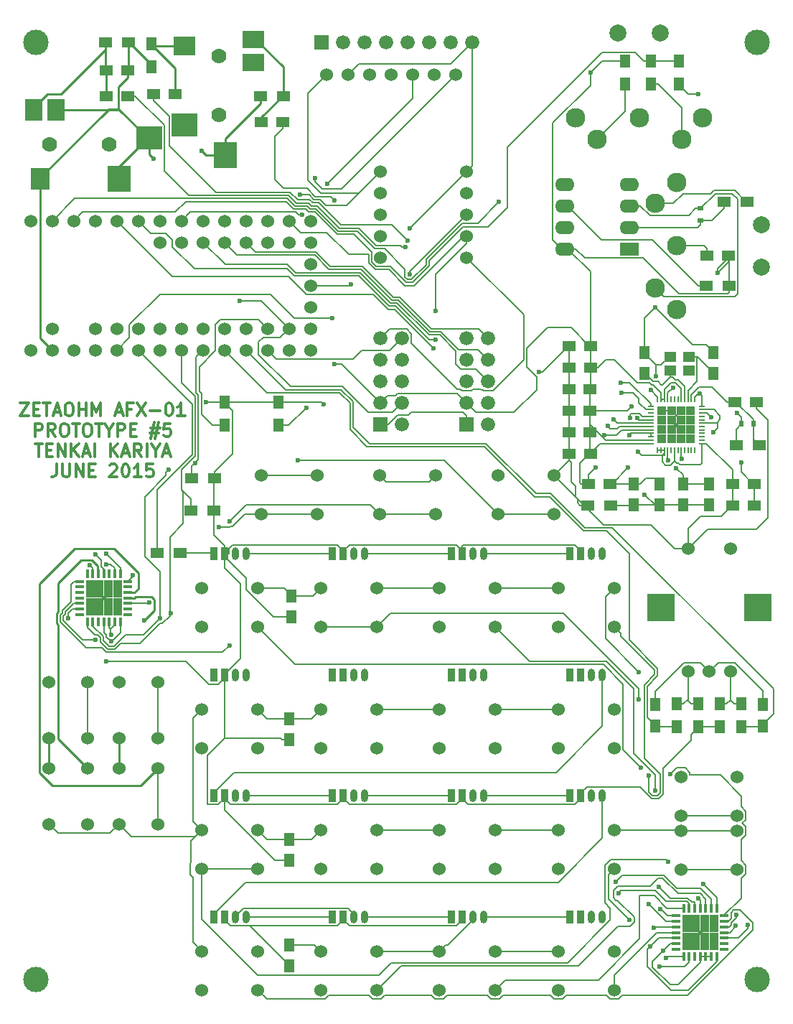
<source format=gtl>
G04 #@! TF.FileFunction,Copper,L1,Top,Signal*
%FSLAX46Y46*%
G04 Gerber Fmt 4.6, Leading zero omitted, Abs format (unit mm)*
G04 Created by KiCad (PCBNEW (2015-06-12 BZR 5734)-product) date Saturday, June 20, 2015 'PMt' 05:40:19 PM*
%MOMM*%
G01*
G04 APERTURE LIST*
%ADD10C,0.100000*%
%ADD11C,0.300000*%
%ADD12C,3.000000*%
%ADD13C,0.500000*%
%ADD14C,1.524000*%
%ADD15R,1.250000X1.500000*%
%ADD16R,0.850000X1.500000*%
%ADD17O,0.850000X1.500000*%
%ADD18C,2.300000*%
%ADD19C,2.000000*%
%ADD20R,2.286000X1.574800*%
%ADD21O,2.286000X1.574800*%
%ADD22R,3.200000X3.200000*%
%ADD23R,1.500000X1.250000*%
%ADD24R,0.600000X0.700000*%
%ADD25R,1.000000X0.370000*%
%ADD26R,0.370000X1.000000*%
%ADD27R,1.062500X1.062500*%
%ADD28R,1.500000X1.300000*%
%ADD29R,1.300000X1.500000*%
%ADD30R,0.700000X0.600000*%
%ADD31R,2.540000X2.006600*%
%ADD32R,2.540000X2.209800*%
%ADD33R,3.048000X2.692400*%
%ADD34R,2.692400X3.048000*%
%ADD35C,1.778000*%
%ADD36R,2.006600X2.540000*%
%ADD37R,2.209800X2.540000*%
%ADD38R,0.800000X0.200000*%
%ADD39R,0.200000X0.800000*%
%ADD40R,1.112500X1.112500*%
%ADD41R,1.400000X1.200000*%
%ADD42C,1.676400*%
%ADD43R,1.676400X1.676400*%
%ADD44C,0.600000*%
%ADD45C,0.160000*%
%ADD46C,0.180000*%
%ADD47C,0.250000*%
%ADD48C,0.254000*%
G04 APERTURE END LIST*
D10*
D11*
X92739001Y-70508571D02*
X93739001Y-70508571D01*
X92739001Y-72008571D01*
X93739001Y-72008571D01*
X94310429Y-71222857D02*
X94810429Y-71222857D01*
X95024715Y-72008571D02*
X94310429Y-72008571D01*
X94310429Y-70508571D01*
X95024715Y-70508571D01*
X95453286Y-70508571D02*
X96310429Y-70508571D01*
X95881858Y-72008571D02*
X95881858Y-70508571D01*
X96739000Y-71580000D02*
X97453286Y-71580000D01*
X96596143Y-72008571D02*
X97096143Y-70508571D01*
X97596143Y-72008571D01*
X98381857Y-70508571D02*
X98667571Y-70508571D01*
X98810429Y-70580000D01*
X98953286Y-70722857D01*
X99024714Y-71008571D01*
X99024714Y-71508571D01*
X98953286Y-71794286D01*
X98810429Y-71937143D01*
X98667571Y-72008571D01*
X98381857Y-72008571D01*
X98239000Y-71937143D01*
X98096143Y-71794286D01*
X98024714Y-71508571D01*
X98024714Y-71008571D01*
X98096143Y-70722857D01*
X98239000Y-70580000D01*
X98381857Y-70508571D01*
X99667572Y-72008571D02*
X99667572Y-70508571D01*
X99667572Y-71222857D02*
X100524715Y-71222857D01*
X100524715Y-72008571D02*
X100524715Y-70508571D01*
X101239001Y-72008571D02*
X101239001Y-70508571D01*
X101739001Y-71580000D01*
X102239001Y-70508571D01*
X102239001Y-72008571D01*
X104024715Y-71580000D02*
X104739001Y-71580000D01*
X103881858Y-72008571D02*
X104381858Y-70508571D01*
X104881858Y-72008571D01*
X105881858Y-71222857D02*
X105381858Y-71222857D01*
X105381858Y-72008571D02*
X105381858Y-70508571D01*
X106096144Y-70508571D01*
X106524715Y-70508571D02*
X107524715Y-72008571D01*
X107524715Y-70508571D02*
X106524715Y-72008571D01*
X108096143Y-71437143D02*
X109239000Y-71437143D01*
X110239000Y-70508571D02*
X110381857Y-70508571D01*
X110524714Y-70580000D01*
X110596143Y-70651429D01*
X110667572Y-70794286D01*
X110739000Y-71080000D01*
X110739000Y-71437143D01*
X110667572Y-71722857D01*
X110596143Y-71865714D01*
X110524714Y-71937143D01*
X110381857Y-72008571D01*
X110239000Y-72008571D01*
X110096143Y-71937143D01*
X110024714Y-71865714D01*
X109953286Y-71722857D01*
X109881857Y-71437143D01*
X109881857Y-71080000D01*
X109953286Y-70794286D01*
X110024714Y-70651429D01*
X110096143Y-70580000D01*
X110239000Y-70508571D01*
X112167571Y-72008571D02*
X111310428Y-72008571D01*
X111739000Y-72008571D02*
X111739000Y-70508571D01*
X111596143Y-70722857D01*
X111453285Y-70865714D01*
X111310428Y-70937143D01*
X94524715Y-74408571D02*
X94524715Y-72908571D01*
X95096143Y-72908571D01*
X95239001Y-72980000D01*
X95310429Y-73051429D01*
X95381858Y-73194286D01*
X95381858Y-73408571D01*
X95310429Y-73551429D01*
X95239001Y-73622857D01*
X95096143Y-73694286D01*
X94524715Y-73694286D01*
X96881858Y-74408571D02*
X96381858Y-73694286D01*
X96024715Y-74408571D02*
X96024715Y-72908571D01*
X96596143Y-72908571D01*
X96739001Y-72980000D01*
X96810429Y-73051429D01*
X96881858Y-73194286D01*
X96881858Y-73408571D01*
X96810429Y-73551429D01*
X96739001Y-73622857D01*
X96596143Y-73694286D01*
X96024715Y-73694286D01*
X97810429Y-72908571D02*
X98096143Y-72908571D01*
X98239001Y-72980000D01*
X98381858Y-73122857D01*
X98453286Y-73408571D01*
X98453286Y-73908571D01*
X98381858Y-74194286D01*
X98239001Y-74337143D01*
X98096143Y-74408571D01*
X97810429Y-74408571D01*
X97667572Y-74337143D01*
X97524715Y-74194286D01*
X97453286Y-73908571D01*
X97453286Y-73408571D01*
X97524715Y-73122857D01*
X97667572Y-72980000D01*
X97810429Y-72908571D01*
X98881858Y-72908571D02*
X99739001Y-72908571D01*
X99310430Y-74408571D02*
X99310430Y-72908571D01*
X100524715Y-72908571D02*
X100810429Y-72908571D01*
X100953287Y-72980000D01*
X101096144Y-73122857D01*
X101167572Y-73408571D01*
X101167572Y-73908571D01*
X101096144Y-74194286D01*
X100953287Y-74337143D01*
X100810429Y-74408571D01*
X100524715Y-74408571D01*
X100381858Y-74337143D01*
X100239001Y-74194286D01*
X100167572Y-73908571D01*
X100167572Y-73408571D01*
X100239001Y-73122857D01*
X100381858Y-72980000D01*
X100524715Y-72908571D01*
X101596144Y-72908571D02*
X102453287Y-72908571D01*
X102024716Y-74408571D02*
X102024716Y-72908571D01*
X103239001Y-73694286D02*
X103239001Y-74408571D01*
X102739001Y-72908571D02*
X103239001Y-73694286D01*
X103739001Y-72908571D01*
X104239001Y-74408571D02*
X104239001Y-72908571D01*
X104810429Y-72908571D01*
X104953287Y-72980000D01*
X105024715Y-73051429D01*
X105096144Y-73194286D01*
X105096144Y-73408571D01*
X105024715Y-73551429D01*
X104953287Y-73622857D01*
X104810429Y-73694286D01*
X104239001Y-73694286D01*
X105739001Y-73622857D02*
X106239001Y-73622857D01*
X106453287Y-74408571D02*
X105739001Y-74408571D01*
X105739001Y-72908571D01*
X106453287Y-72908571D01*
X108167572Y-73408571D02*
X109239001Y-73408571D01*
X108596144Y-72765714D02*
X108167572Y-74694286D01*
X109096144Y-74051429D02*
X108024715Y-74051429D01*
X108667572Y-74694286D02*
X109096144Y-72765714D01*
X110453287Y-72908571D02*
X109739001Y-72908571D01*
X109667572Y-73622857D01*
X109739001Y-73551429D01*
X109881858Y-73480000D01*
X110239001Y-73480000D01*
X110381858Y-73551429D01*
X110453287Y-73622857D01*
X110524715Y-73765714D01*
X110524715Y-74122857D01*
X110453287Y-74265714D01*
X110381858Y-74337143D01*
X110239001Y-74408571D01*
X109881858Y-74408571D01*
X109739001Y-74337143D01*
X109667572Y-74265714D01*
X94489000Y-75308571D02*
X95346143Y-75308571D01*
X94917572Y-76808571D02*
X94917572Y-75308571D01*
X95846143Y-76022857D02*
X96346143Y-76022857D01*
X96560429Y-76808571D02*
X95846143Y-76808571D01*
X95846143Y-75308571D01*
X96560429Y-75308571D01*
X97203286Y-76808571D02*
X97203286Y-75308571D01*
X98060429Y-76808571D01*
X98060429Y-75308571D01*
X98774715Y-76808571D02*
X98774715Y-75308571D01*
X99631858Y-76808571D02*
X98989001Y-75951429D01*
X99631858Y-75308571D02*
X98774715Y-76165714D01*
X100203286Y-76380000D02*
X100917572Y-76380000D01*
X100060429Y-76808571D02*
X100560429Y-75308571D01*
X101060429Y-76808571D01*
X101560429Y-76808571D02*
X101560429Y-75308571D01*
X103417572Y-76808571D02*
X103417572Y-75308571D01*
X104274715Y-76808571D02*
X103631858Y-75951429D01*
X104274715Y-75308571D02*
X103417572Y-76165714D01*
X104846143Y-76380000D02*
X105560429Y-76380000D01*
X104703286Y-76808571D02*
X105203286Y-75308571D01*
X105703286Y-76808571D01*
X107060429Y-76808571D02*
X106560429Y-76094286D01*
X106203286Y-76808571D02*
X106203286Y-75308571D01*
X106774714Y-75308571D01*
X106917572Y-75380000D01*
X106989000Y-75451429D01*
X107060429Y-75594286D01*
X107060429Y-75808571D01*
X106989000Y-75951429D01*
X106917572Y-76022857D01*
X106774714Y-76094286D01*
X106203286Y-76094286D01*
X107703286Y-76808571D02*
X107703286Y-75308571D01*
X108703286Y-76094286D02*
X108703286Y-76808571D01*
X108203286Y-75308571D02*
X108703286Y-76094286D01*
X109203286Y-75308571D01*
X109631857Y-76380000D02*
X110346143Y-76380000D01*
X109489000Y-76808571D02*
X109989000Y-75308571D01*
X110489000Y-76808571D01*
X97024715Y-77708571D02*
X97024715Y-78780000D01*
X96953287Y-78994286D01*
X96810430Y-79137143D01*
X96596144Y-79208571D01*
X96453287Y-79208571D01*
X97739001Y-77708571D02*
X97739001Y-78922857D01*
X97810429Y-79065714D01*
X97881858Y-79137143D01*
X98024715Y-79208571D01*
X98310429Y-79208571D01*
X98453287Y-79137143D01*
X98524715Y-79065714D01*
X98596144Y-78922857D01*
X98596144Y-77708571D01*
X99310430Y-79208571D02*
X99310430Y-77708571D01*
X100167573Y-79208571D01*
X100167573Y-77708571D01*
X100881859Y-78422857D02*
X101381859Y-78422857D01*
X101596145Y-79208571D02*
X100881859Y-79208571D01*
X100881859Y-77708571D01*
X101596145Y-77708571D01*
X103310430Y-77851429D02*
X103381859Y-77780000D01*
X103524716Y-77708571D01*
X103881859Y-77708571D01*
X104024716Y-77780000D01*
X104096145Y-77851429D01*
X104167573Y-77994286D01*
X104167573Y-78137143D01*
X104096145Y-78351429D01*
X103239002Y-79208571D01*
X104167573Y-79208571D01*
X105096144Y-77708571D02*
X105239001Y-77708571D01*
X105381858Y-77780000D01*
X105453287Y-77851429D01*
X105524716Y-77994286D01*
X105596144Y-78280000D01*
X105596144Y-78637143D01*
X105524716Y-78922857D01*
X105453287Y-79065714D01*
X105381858Y-79137143D01*
X105239001Y-79208571D01*
X105096144Y-79208571D01*
X104953287Y-79137143D01*
X104881858Y-79065714D01*
X104810430Y-78922857D01*
X104739001Y-78637143D01*
X104739001Y-78280000D01*
X104810430Y-77994286D01*
X104881858Y-77851429D01*
X104953287Y-77780000D01*
X105096144Y-77708571D01*
X107024715Y-79208571D02*
X106167572Y-79208571D01*
X106596144Y-79208571D02*
X106596144Y-77708571D01*
X106453287Y-77922857D01*
X106310429Y-78065714D01*
X106167572Y-78137143D01*
X108381858Y-77708571D02*
X107667572Y-77708571D01*
X107596143Y-78422857D01*
X107667572Y-78351429D01*
X107810429Y-78280000D01*
X108167572Y-78280000D01*
X108310429Y-78351429D01*
X108381858Y-78422857D01*
X108453286Y-78565714D01*
X108453286Y-78922857D01*
X108381858Y-79065714D01*
X108310429Y-79137143D01*
X108167572Y-79208571D01*
X107810429Y-79208571D01*
X107667572Y-79137143D01*
X107596143Y-79065714D01*
D12*
X179705000Y-138430000D03*
X94615000Y-138430000D03*
X94615000Y-27940000D03*
X179705000Y-27940000D03*
D13*
X102616000Y-93472000D03*
X172961300Y-132918200D03*
D14*
X139065000Y-31750000D03*
X136525000Y-31750000D03*
X133985000Y-31750000D03*
X131445000Y-31750000D03*
X128905000Y-31750000D03*
X141605000Y-31750000D03*
X144145000Y-31750000D03*
D15*
X166370000Y-67036000D03*
X166370000Y-64536000D03*
X174498000Y-67036000D03*
X174498000Y-64536000D03*
D14*
X162825000Y-135139000D03*
X156221000Y-135139000D03*
X156221000Y-139711000D03*
X162825000Y-139711000D03*
X148809000Y-135139000D03*
X142205000Y-135139000D03*
X142205000Y-139711000D03*
X148809000Y-139711000D03*
X134793000Y-135139000D03*
X128189000Y-135139000D03*
X128189000Y-139711000D03*
X134793000Y-139711000D03*
X120777000Y-135139000D03*
X114173000Y-135139000D03*
X114173000Y-139711000D03*
X120777000Y-139711000D03*
X162825000Y-120869000D03*
X156221000Y-120869000D03*
X156221000Y-125441000D03*
X162825000Y-125441000D03*
X148809000Y-120869000D03*
X142205000Y-120869000D03*
X142205000Y-125441000D03*
X148809000Y-125441000D03*
X134793000Y-120869000D03*
X128189000Y-120869000D03*
X128189000Y-125441000D03*
X134793000Y-125441000D03*
X120777000Y-120869000D03*
X114173000Y-120869000D03*
X114173000Y-125441000D03*
X120777000Y-125441000D03*
X162825000Y-106599000D03*
X156221000Y-106599000D03*
X156221000Y-111171000D03*
X162825000Y-111171000D03*
X148809000Y-106599000D03*
X142205000Y-106599000D03*
X142205000Y-111171000D03*
X148809000Y-111171000D03*
X134793000Y-106599000D03*
X128189000Y-106599000D03*
X128189000Y-111171000D03*
X134793000Y-111171000D03*
X120777000Y-106599000D03*
X114173000Y-106599000D03*
X114173000Y-111171000D03*
X120777000Y-111171000D03*
X162825000Y-92329000D03*
X156221000Y-92329000D03*
X156221000Y-96901000D03*
X162825000Y-96901000D03*
X148809000Y-92329000D03*
X142205000Y-92329000D03*
X142205000Y-96901000D03*
X148809000Y-96901000D03*
X134793000Y-92329000D03*
X128189000Y-92329000D03*
X128189000Y-96901000D03*
X134793000Y-96901000D03*
D16*
X157618000Y-131075000D03*
X158888000Y-131075000D03*
D17*
X160158000Y-131075000D03*
X161428000Y-131075000D03*
D16*
X143602000Y-131075000D03*
X144872000Y-131075000D03*
D17*
X146142000Y-131075000D03*
X147412000Y-131075000D03*
D16*
X129586000Y-131075000D03*
X130856000Y-131075000D03*
D17*
X132126000Y-131075000D03*
X133396000Y-131075000D03*
D16*
X115570000Y-131075000D03*
X116840000Y-131075000D03*
D17*
X118110000Y-131075000D03*
X119380000Y-131075000D03*
D16*
X157618000Y-116805000D03*
X158888000Y-116805000D03*
D17*
X160158000Y-116805000D03*
X161428000Y-116805000D03*
D16*
X143602000Y-116805000D03*
X144872000Y-116805000D03*
D17*
X146142000Y-116805000D03*
X147412000Y-116805000D03*
D16*
X129586000Y-116805000D03*
X130856000Y-116805000D03*
D17*
X132126000Y-116805000D03*
X133396000Y-116805000D03*
D16*
X115570000Y-116805000D03*
X116840000Y-116805000D03*
D17*
X118110000Y-116805000D03*
X119380000Y-116805000D03*
D16*
X157618000Y-102535000D03*
X158888000Y-102535000D03*
D17*
X160158000Y-102535000D03*
X161428000Y-102535000D03*
D16*
X143602000Y-102535000D03*
X144872000Y-102535000D03*
D17*
X146142000Y-102535000D03*
X147412000Y-102535000D03*
D16*
X129586000Y-102535000D03*
X130856000Y-102535000D03*
D17*
X132126000Y-102535000D03*
X133396000Y-102535000D03*
D16*
X115570000Y-102535000D03*
X116840000Y-102535000D03*
D17*
X118110000Y-102535000D03*
X119380000Y-102535000D03*
D16*
X157618000Y-88265000D03*
X158888000Y-88265000D03*
D17*
X160158000Y-88265000D03*
X161428000Y-88265000D03*
D16*
X143602000Y-88265000D03*
X144872000Y-88265000D03*
D17*
X146142000Y-88265000D03*
X147412000Y-88265000D03*
D16*
X129586000Y-88265000D03*
X130856000Y-88265000D03*
D17*
X132126000Y-88265000D03*
X133396000Y-88265000D03*
D18*
X167680000Y-46950000D03*
D19*
X180180000Y-54450000D03*
D18*
X170180000Y-44450000D03*
X170180000Y-51950000D03*
X170180000Y-59450000D03*
X167680000Y-56950000D03*
D19*
X180180000Y-49450000D03*
D14*
X177292000Y-114554000D03*
X170688000Y-114554000D03*
X170688000Y-119126000D03*
X177292000Y-119126000D03*
X177292000Y-120904000D03*
X170688000Y-120904000D03*
X170688000Y-125476000D03*
X177292000Y-125476000D03*
X104394000Y-113538000D03*
X104394000Y-120142000D03*
X108966000Y-120142000D03*
X108966000Y-113538000D03*
X96139000Y-113538000D03*
X96139000Y-120142000D03*
X100711000Y-120142000D03*
X100711000Y-113538000D03*
X104394000Y-103378000D03*
X104394000Y-109982000D03*
X108966000Y-109982000D03*
X108966000Y-103378000D03*
X96139000Y-103378000D03*
X96139000Y-109982000D03*
X100711000Y-109982000D03*
X100711000Y-103378000D03*
X155702000Y-78994000D03*
X149098000Y-78994000D03*
X149098000Y-83566000D03*
X155702000Y-83566000D03*
X141732000Y-78994000D03*
X135128000Y-78994000D03*
X135128000Y-83566000D03*
X141732000Y-83566000D03*
D16*
X115570000Y-88265000D03*
X116840000Y-88265000D03*
D17*
X118110000Y-88265000D03*
X119380000Y-88265000D03*
D18*
X160782000Y-39370000D03*
D19*
X168282000Y-26870000D03*
D18*
X158282000Y-36870000D03*
X165782000Y-36870000D03*
X173282000Y-36870000D03*
X170782000Y-39370000D03*
D19*
X163282000Y-26870000D03*
D14*
X120777000Y-92329000D03*
X114173000Y-92329000D03*
X114173000Y-96901000D03*
X120777000Y-96901000D03*
X127762000Y-78994000D03*
X121158000Y-78994000D03*
X121158000Y-83566000D03*
X127762000Y-83566000D03*
D20*
X164592000Y-52324000D03*
D21*
X164592000Y-49784000D03*
X164592000Y-47244000D03*
X164592000Y-44704000D03*
X156972000Y-44704000D03*
X156972000Y-47244000D03*
X156972000Y-49784000D03*
X156972000Y-52324000D03*
D14*
X171530000Y-102130000D03*
X174030000Y-102130000D03*
X176530000Y-102130000D03*
X176530000Y-87630000D03*
X171530000Y-87630000D03*
D22*
X168330000Y-94630000D03*
X179730000Y-94630000D03*
D14*
X99060000Y-49022000D03*
X101600000Y-49022000D03*
X104140000Y-49022000D03*
X106680000Y-49022000D03*
X109220000Y-49022000D03*
X111760000Y-49022000D03*
X114300000Y-49022000D03*
X116840000Y-49022000D03*
X119380000Y-49022000D03*
X121920000Y-49022000D03*
X124460000Y-49022000D03*
X127000000Y-49022000D03*
X127000000Y-64262000D03*
X124460000Y-64262000D03*
X121920000Y-64262000D03*
X119380000Y-64262000D03*
X116840000Y-64262000D03*
X114300000Y-64262000D03*
X111760000Y-64262000D03*
X109220000Y-64262000D03*
X106680000Y-64262000D03*
X104140000Y-64262000D03*
X101600000Y-64262000D03*
X114300000Y-51562000D03*
X116840000Y-51562000D03*
X119380000Y-51562000D03*
X121920000Y-51562000D03*
X124460000Y-51562000D03*
X124460000Y-61722000D03*
X121920000Y-61722000D03*
X119380000Y-61722000D03*
X116840000Y-61722000D03*
X114300000Y-61722000D03*
X111760000Y-61722000D03*
X109220000Y-61722000D03*
X109220000Y-51562000D03*
X106680000Y-61722000D03*
X104140000Y-61722000D03*
X101600000Y-61722000D03*
X96520000Y-61722000D03*
X127000000Y-61722000D03*
X127000000Y-59182000D03*
X93980000Y-49022000D03*
X127000000Y-54102000D03*
X127000000Y-51562000D03*
X93980000Y-64262000D03*
X96520000Y-64262000D03*
X99060000Y-64262000D03*
X127000000Y-56642000D03*
X96520000Y-49022000D03*
X111760000Y-51562000D03*
D15*
X124714000Y-95738000D03*
X124714000Y-93238000D03*
D23*
X123678000Y-37338000D03*
X121178000Y-37338000D03*
D15*
X173990000Y-82530000D03*
X173990000Y-80030000D03*
X170942000Y-80030000D03*
X170942000Y-82530000D03*
D23*
X160000000Y-66294000D03*
X157500000Y-66294000D03*
D24*
X179262000Y-72898000D03*
X177862000Y-72898000D03*
D25*
X170124000Y-130963000D03*
X170124000Y-131613000D03*
X170124000Y-132263000D03*
X170124000Y-132913000D03*
X170124000Y-133563000D03*
X170124000Y-134213000D03*
X170124000Y-134863000D03*
D26*
X171024000Y-135763000D03*
X171674000Y-135763000D03*
X172324000Y-135763000D03*
X172974000Y-135763000D03*
X173624000Y-135763000D03*
X174274000Y-135763000D03*
X174924000Y-135763000D03*
D25*
X175824000Y-134863000D03*
X175824000Y-134213000D03*
X175824000Y-133563000D03*
X175824000Y-132913000D03*
X175824000Y-132263000D03*
X175824000Y-131613000D03*
X175824000Y-130963000D03*
D26*
X174924000Y-130063000D03*
X174274000Y-130063000D03*
X173624000Y-130063000D03*
X172974000Y-130063000D03*
X172324000Y-130063000D03*
X171674000Y-130063000D03*
X171024000Y-130063000D03*
D27*
X174567750Y-134506750D03*
X174567750Y-133444250D03*
X174567750Y-132381750D03*
X174567750Y-131319250D03*
X173505250Y-134506750D03*
X173505250Y-133444250D03*
X173505250Y-132381750D03*
X173505250Y-131319250D03*
X172442750Y-134506750D03*
X172442750Y-133444250D03*
X172442750Y-132381750D03*
X172442750Y-131319250D03*
X171380250Y-134506750D03*
X171380250Y-133444250D03*
X171380250Y-132381750D03*
X171380250Y-131319250D03*
D25*
X99766000Y-91522000D03*
X99766000Y-92172000D03*
X99766000Y-92822000D03*
X99766000Y-93472000D03*
X99766000Y-94122000D03*
X99766000Y-94772000D03*
X99766000Y-95422000D03*
D26*
X100666000Y-96322000D03*
X101316000Y-96322000D03*
X101966000Y-96322000D03*
X102616000Y-96322000D03*
X103266000Y-96322000D03*
X103916000Y-96322000D03*
X104566000Y-96322000D03*
D25*
X105466000Y-95422000D03*
X105466000Y-94772000D03*
X105466000Y-94122000D03*
X105466000Y-93472000D03*
X105466000Y-92822000D03*
X105466000Y-92172000D03*
X105466000Y-91522000D03*
D26*
X104566000Y-90622000D03*
X103916000Y-90622000D03*
X103266000Y-90622000D03*
X102616000Y-90622000D03*
X101966000Y-90622000D03*
X101316000Y-90622000D03*
X100666000Y-90622000D03*
D27*
X104209750Y-95065750D03*
X104209750Y-94003250D03*
X104209750Y-92940750D03*
X104209750Y-91878250D03*
X103147250Y-95065750D03*
X103147250Y-94003250D03*
X103147250Y-92940750D03*
X103147250Y-91878250D03*
X102084750Y-95065750D03*
X102084750Y-94003250D03*
X102084750Y-92940750D03*
X102084750Y-91878250D03*
X101022250Y-95065750D03*
X101022250Y-94003250D03*
X101022250Y-92940750D03*
X101022250Y-91878250D03*
D28*
X111586000Y-88138000D03*
X108886000Y-88138000D03*
D29*
X170434000Y-32846000D03*
X170434000Y-30146000D03*
D28*
X177212000Y-75438000D03*
X179912000Y-75438000D03*
D29*
X108204000Y-28114000D03*
X108204000Y-30814000D03*
X164084000Y-30146000D03*
X164084000Y-32846000D03*
X167132000Y-30146000D03*
X167132000Y-32846000D03*
D28*
X176356000Y-56642000D03*
X173656000Y-56642000D03*
D29*
X170180000Y-105965000D03*
X170180000Y-108665000D03*
X172720000Y-105965000D03*
X172720000Y-108665000D03*
D15*
X124460000Y-110216000D03*
X124460000Y-107716000D03*
X124460000Y-124440000D03*
X124460000Y-121940000D03*
X124460000Y-136886000D03*
X124460000Y-134386000D03*
D23*
X177058000Y-70358000D03*
X179558000Y-70358000D03*
X157500000Y-63754000D03*
X160000000Y-63754000D03*
X157480000Y-68834000D03*
X159980000Y-68834000D03*
X157480000Y-71374000D03*
X159980000Y-71374000D03*
X157500000Y-76454000D03*
X160000000Y-76454000D03*
X157480000Y-73914000D03*
X159980000Y-73914000D03*
X108478000Y-34036000D03*
X110978000Y-34036000D03*
D15*
X168148000Y-82530000D03*
X168148000Y-80030000D03*
X165100000Y-80030000D03*
X165100000Y-82530000D03*
D23*
X105390000Y-34290000D03*
X102890000Y-34290000D03*
X105390000Y-31242000D03*
X102890000Y-31242000D03*
X176256000Y-53086000D03*
X173756000Y-53086000D03*
D15*
X167640000Y-108565000D03*
X167640000Y-106065000D03*
X180340000Y-108565000D03*
X180340000Y-106065000D03*
D30*
X172974000Y-47560000D03*
X172974000Y-48960000D03*
D31*
X120269000Y-27635200D03*
X120269000Y-30327600D03*
D32*
X112141000Y-28422600D03*
D33*
X112141000Y-37744400D03*
D34*
X116941600Y-41275000D03*
D35*
X116205000Y-29540200D03*
X116205000Y-36550600D03*
D36*
X94310200Y-35941000D03*
X97002600Y-35941000D03*
D37*
X95097600Y-44069000D03*
D34*
X104419400Y-44069000D03*
D33*
X107950000Y-39268400D03*
D35*
X96215200Y-40005000D03*
X103225600Y-40005000D03*
D23*
X159786000Y-80010000D03*
X162286000Y-80010000D03*
D28*
X123778000Y-34290000D03*
X121078000Y-34290000D03*
X162386000Y-82550000D03*
X159686000Y-82550000D03*
X102790000Y-27940000D03*
X105490000Y-27940000D03*
X175768000Y-46736000D03*
X178468000Y-46736000D03*
D29*
X175260000Y-105965000D03*
X175260000Y-108665000D03*
X177800000Y-105965000D03*
X177800000Y-108665000D03*
D38*
X167132000Y-70866000D03*
X167132000Y-71266000D03*
X167132000Y-71666000D03*
X167132000Y-72066000D03*
X167132000Y-72466000D03*
X167132000Y-72866000D03*
X167132000Y-73266000D03*
X167132000Y-73666000D03*
X167132000Y-74066000D03*
X167132000Y-74466000D03*
X167132000Y-74866000D03*
X167132000Y-75266000D03*
D39*
X167932000Y-76066000D03*
X168332000Y-76066000D03*
X168732000Y-76066000D03*
X169132000Y-76066000D03*
X169532000Y-76066000D03*
X169932000Y-76066000D03*
X170332000Y-76066000D03*
X170732000Y-76066000D03*
X171132000Y-76066000D03*
X171532000Y-76066000D03*
X171932000Y-76066000D03*
X172332000Y-76066000D03*
D38*
X173132000Y-75266000D03*
X173132000Y-74866000D03*
X173132000Y-74466000D03*
X173132000Y-74066000D03*
X173132000Y-73666000D03*
X173132000Y-73266000D03*
X173132000Y-72866000D03*
X173132000Y-72466000D03*
X173132000Y-72066000D03*
X173132000Y-71666000D03*
X173132000Y-71266000D03*
X173132000Y-70866000D03*
D39*
X172332000Y-70066000D03*
X171932000Y-70066000D03*
X171532000Y-70066000D03*
X171132000Y-70066000D03*
X170732000Y-70066000D03*
X170332000Y-70066000D03*
X169932000Y-70066000D03*
X169532000Y-70066000D03*
X169132000Y-70066000D03*
X168732000Y-70066000D03*
X168332000Y-70066000D03*
X167932000Y-70066000D03*
D40*
X171800750Y-74734750D03*
X171800750Y-73622250D03*
X171800750Y-72509750D03*
X171800750Y-71397250D03*
X170688250Y-74734750D03*
X170688250Y-73622250D03*
X170688250Y-72509750D03*
X170688250Y-71397250D03*
X169575750Y-74734750D03*
X169575750Y-73622250D03*
X169575750Y-72509750D03*
X169575750Y-71397250D03*
X168463250Y-74734750D03*
X168463250Y-73622250D03*
X168463250Y-72509750D03*
X168463250Y-71397250D03*
D41*
X171621852Y-65064346D03*
X169421852Y-65064346D03*
X171621852Y-66664346D03*
X169421852Y-66664346D03*
D23*
X179304000Y-80010000D03*
X176804000Y-80010000D03*
X176804000Y-82550000D03*
X179304000Y-82550000D03*
D28*
X115650000Y-79375000D03*
X112950000Y-79375000D03*
X115570000Y-83185000D03*
X112870000Y-83185000D03*
D42*
X147955000Y-62865000D03*
X145415000Y-62865000D03*
X145415000Y-65405000D03*
X147955000Y-65405000D03*
X147955000Y-67945000D03*
X145415000Y-67945000D03*
X145415000Y-70485000D03*
X147955000Y-70485000D03*
X147955000Y-73025000D03*
D43*
X145415000Y-73025000D03*
D29*
X123190000Y-73105000D03*
X123190000Y-70405000D03*
X116840000Y-73105000D03*
X116840000Y-70405000D03*
D14*
X145415000Y-43180000D03*
X145415000Y-45720000D03*
X145415000Y-48260000D03*
X145415000Y-50800000D03*
X145415000Y-53340000D03*
X135255000Y-53340000D03*
X135255000Y-43180000D03*
X135255000Y-45720000D03*
X135255000Y-48260000D03*
X135255000Y-50800000D03*
D42*
X137795000Y-62865000D03*
X135255000Y-62865000D03*
X135255000Y-65405000D03*
X137795000Y-65405000D03*
X137795000Y-67945000D03*
X135255000Y-67945000D03*
X135255000Y-70485000D03*
X137795000Y-70485000D03*
X137795000Y-73025000D03*
D43*
X135255000Y-73025000D03*
X128270000Y-27940000D03*
D42*
X130810000Y-27940000D03*
X133350000Y-27940000D03*
X135890000Y-27940000D03*
X138430000Y-27940000D03*
X140970000Y-27940000D03*
X143510000Y-27940000D03*
X146050000Y-27940000D03*
D13*
X170129200Y-73075800D03*
D44*
X167114302Y-68920526D03*
X167716200Y-67373500D03*
X169772390Y-68680383D03*
X131772315Y-56486596D03*
X153924000Y-66802000D03*
X138737336Y-49873979D03*
X167640000Y-59182000D03*
X168568457Y-135108543D03*
X103505000Y-97790000D03*
X98425000Y-95885000D03*
X165735000Y-102235000D03*
X172881642Y-69376630D03*
X164592000Y-74253898D03*
X165608000Y-76200000D03*
X114690050Y-70358000D03*
X162712400Y-72415400D03*
X161620200Y-74256900D03*
X160655000Y-78105000D03*
X164464984Y-78105000D03*
X160020004Y-31496000D03*
X125752332Y-45927508D03*
X128524000Y-70612000D03*
X129793998Y-65884021D03*
X167062026Y-134562974D03*
X101600000Y-98425000D03*
X103505000Y-98590013D03*
X102870000Y-100965000D03*
X164846000Y-70866000D03*
X177292000Y-71628000D03*
X175006000Y-55118000D03*
X170763159Y-77112162D03*
X174498000Y-73914000D03*
X117475000Y-99060000D03*
X168274981Y-130144960D03*
X166912364Y-114392636D03*
X166887158Y-129607430D03*
X167493114Y-132372385D03*
X164599599Y-131394327D03*
X178599642Y-132055673D03*
X165959864Y-113440136D03*
X177180951Y-132081650D03*
X177196846Y-130865855D03*
X169222620Y-124587348D03*
X169456050Y-114280234D03*
X165735000Y-105410000D03*
X173344336Y-127224433D03*
X163041090Y-126924342D03*
X167640000Y-116205000D03*
X172720000Y-128905000D03*
X168100358Y-127553103D03*
X163322000Y-128270000D03*
X116205000Y-85090000D03*
X107950000Y-93979986D03*
X107416252Y-96135031D03*
X106045000Y-90805000D03*
X117475000Y-84455000D03*
X102870000Y-88265000D03*
X102857354Y-89479882D03*
X125476000Y-77216000D03*
X101619188Y-88319980D03*
X100923022Y-89627202D03*
X138430004Y-51308000D03*
X163670495Y-69298010D03*
X164734818Y-72285980D03*
X166370014Y-81280000D03*
X114143864Y-40737864D03*
X108458000Y-41656000D03*
X163576000Y-68072000D03*
X129852797Y-46581274D03*
X165549266Y-72280156D03*
X170141874Y-78159980D03*
X162064700Y-73177400D03*
X138176000Y-52108013D03*
X168910000Y-135890000D03*
X110490000Y-95250010D03*
X113365732Y-77544073D03*
X110236000Y-78359000D03*
X109220000Y-95885000D03*
X168149863Y-136975461D03*
X149243202Y-46782453D03*
X118618000Y-58420000D03*
X126492002Y-71023181D03*
X129581266Y-60483822D03*
X141746091Y-59644690D03*
X128939515Y-44677497D03*
X125981667Y-48276567D03*
X141478000Y-64008000D03*
X169164000Y-77216000D03*
X172720000Y-34036000D03*
X174244000Y-72136000D03*
X177800000Y-77470000D03*
X138720339Y-55275127D03*
X127508002Y-43942000D03*
X141730026Y-63046839D03*
D45*
X168463250Y-71397250D02*
X169575750Y-71397250D01*
X169575750Y-71397250D02*
X170688250Y-72509750D01*
X171621852Y-66664346D02*
X171121852Y-66664346D01*
X173132000Y-75266000D02*
X173692000Y-75266000D01*
X173692000Y-75266000D02*
X176804000Y-78378000D01*
X176804000Y-78378000D02*
X176804000Y-79225000D01*
X176804000Y-79225000D02*
X176804000Y-80010000D01*
D46*
X166370000Y-64536000D02*
X166370000Y-60452000D01*
X166370000Y-60452000D02*
X167640000Y-59182000D01*
D45*
X167716200Y-66007200D02*
X168378998Y-66007200D01*
X168378998Y-66007200D02*
X169321852Y-65064346D01*
X169321852Y-65064346D02*
X169421852Y-65064346D01*
X169521852Y-65064346D02*
X169421852Y-65064346D01*
X169061842Y-65213467D02*
X169167287Y-65318912D01*
X167932000Y-69766000D02*
X167114302Y-68948302D01*
X167716200Y-66007200D02*
X167716200Y-67373500D01*
X166370000Y-64661000D02*
X167716200Y-66007200D01*
X166370000Y-64536000D02*
X166370000Y-64661000D01*
X167932000Y-70066000D02*
X167932000Y-69766000D01*
X167114302Y-68948302D02*
X167114302Y-68920526D01*
X169132000Y-69320773D02*
X169772390Y-68680383D01*
X169132000Y-70066000D02*
X169132000Y-69320773D01*
X167162598Y-84836000D02*
X161544000Y-84836000D01*
X161544000Y-84836000D02*
X155702000Y-78994000D01*
X171530000Y-87630000D02*
X169956598Y-87630000D01*
X169956598Y-87630000D02*
X167162598Y-84836000D01*
X146050000Y-27940000D02*
X146050000Y-42545000D01*
X146050000Y-42545000D02*
X145415000Y-43180000D01*
X138737336Y-49873979D02*
X142240000Y-46371315D01*
X142240000Y-46371315D02*
X142240000Y-46355000D01*
X142240000Y-46355000D02*
X145415000Y-43180000D01*
X131616911Y-56642000D02*
X131772315Y-56486596D01*
X127000000Y-56642000D02*
X131616911Y-56642000D01*
X145415000Y-72026800D02*
X145415000Y-73025000D01*
X144973160Y-71584960D02*
X145415000Y-72026800D01*
X138853454Y-71584960D02*
X144973160Y-71584960D01*
X138531615Y-71906799D02*
X138853454Y-71584960D01*
X137258263Y-71906799D02*
X138531615Y-71906799D01*
X136140062Y-73025000D02*
X137258263Y-71906799D01*
X135255000Y-73025000D02*
X136140062Y-73025000D01*
X154327000Y-66802000D02*
X153924000Y-66802000D01*
X157500000Y-63754000D02*
X157375000Y-63754000D01*
X157375000Y-63754000D02*
X154327000Y-66802000D01*
X131445000Y-31750000D02*
X132715000Y-30480000D01*
X132715000Y-30480000D02*
X143510000Y-30480000D01*
X143510000Y-30480000D02*
X146050000Y-27940000D01*
X142966999Y-134377001D02*
X142205000Y-135139000D01*
X143164999Y-134377001D02*
X142966999Y-134377001D01*
X134793000Y-135139000D02*
X142205000Y-135139000D01*
X146142000Y-131075000D02*
X146142000Y-131400000D01*
X146142000Y-131400000D02*
X143164999Y-134377001D01*
X118110000Y-131022966D02*
X119087967Y-130044999D01*
X118110000Y-131075000D02*
X118110000Y-131022966D01*
X119087967Y-130044999D02*
X131420999Y-130044999D01*
X131420999Y-130044999D02*
X132126000Y-130750000D01*
X132126000Y-130750000D02*
X132126000Y-131075000D01*
X124460000Y-134386000D02*
X127436000Y-134386000D01*
X127436000Y-134386000D02*
X128189000Y-135139000D01*
X96139000Y-120142000D02*
X97181001Y-121184001D01*
X97181001Y-121184001D02*
X103351999Y-121184001D01*
X103351999Y-121184001D02*
X104394000Y-120142000D01*
X104394000Y-120142000D02*
X105882999Y-121630999D01*
X105882999Y-121630999D02*
X113411001Y-121630999D01*
X113411001Y-121630999D02*
X114173000Y-120869000D01*
X114173000Y-120869000D02*
X113130999Y-119826999D01*
X113130999Y-119826999D02*
X113130999Y-107641001D01*
X113130999Y-107641001D02*
X114173000Y-106599000D01*
X113130999Y-134096999D02*
X113130999Y-126450291D01*
X114173000Y-135139000D02*
X113130999Y-134096999D01*
X113130999Y-126450291D02*
X112770989Y-126090282D01*
X112770989Y-126090282D02*
X112770989Y-124791718D01*
X112770989Y-124791718D02*
X112903000Y-124659707D01*
X112903000Y-124659707D02*
X112903000Y-122139000D01*
X112903000Y-122139000D02*
X114173000Y-120869000D01*
X162825000Y-120869000D02*
X170653000Y-120869000D01*
X170653000Y-120869000D02*
X170688000Y-120904000D01*
X148809000Y-120869000D02*
X156221000Y-120869000D01*
X134793000Y-120869000D02*
X142205000Y-120869000D01*
X124460000Y-121940000D02*
X127118000Y-121940000D01*
X127118000Y-121940000D02*
X128189000Y-120869000D01*
X120777000Y-120869000D02*
X121848000Y-121940000D01*
X121848000Y-121940000D02*
X124460000Y-121940000D01*
X134793000Y-106599000D02*
X142205000Y-106599000D01*
X148809000Y-106599000D02*
X156221000Y-106599000D01*
X148809000Y-92329000D02*
X156221000Y-92329000D01*
X142205000Y-92329000D02*
X134793000Y-92329000D01*
X124714000Y-93238000D02*
X127280000Y-93238000D01*
X127280000Y-93238000D02*
X128189000Y-92329000D01*
X120777000Y-92329000D02*
X123805000Y-92329000D01*
X123805000Y-92329000D02*
X123806000Y-92328000D01*
X123806000Y-92328000D02*
X123929000Y-92328000D01*
X123929000Y-92328000D02*
X124714000Y-93113000D01*
X124714000Y-93113000D02*
X124714000Y-93238000D01*
X124460000Y-107716000D02*
X127072000Y-107716000D01*
X127072000Y-107716000D02*
X128189000Y-106599000D01*
X124460000Y-107716000D02*
X121894000Y-107716000D01*
X121894000Y-107716000D02*
X120777000Y-106599000D01*
D46*
X168732000Y-76646000D02*
X168732000Y-76066000D01*
X173756000Y-52281000D02*
X173756000Y-53086000D01*
X173425000Y-51950000D02*
X173756000Y-52281000D01*
X170180000Y-51950000D02*
X173425000Y-51950000D01*
X172064000Y-63606000D02*
X167640000Y-59182000D01*
X173693000Y-63606000D02*
X172064000Y-63606000D01*
X174498000Y-64411000D02*
X173693000Y-63606000D01*
X174498000Y-64536000D02*
X174498000Y-64411000D01*
X167132000Y-74066000D02*
X167132000Y-74466000D01*
X167932000Y-76066000D02*
X168732000Y-76066000D01*
X168332000Y-76066000D02*
X168732000Y-76066000D01*
D45*
X174030000Y-102130000D02*
X175072001Y-101087999D01*
X175072001Y-101087999D02*
X177030161Y-101087999D01*
X177030161Y-101087999D02*
X180340000Y-104397838D01*
X180340000Y-104397838D02*
X180340000Y-106065000D01*
X167640000Y-106065000D02*
X167640000Y-104477838D01*
X167640000Y-104477838D02*
X171029839Y-101087999D01*
X171029839Y-101087999D02*
X172987999Y-101087999D01*
X172987999Y-101087999D02*
X174030000Y-102130000D01*
D47*
X96139000Y-109982000D02*
X96139000Y-113538000D01*
X104394000Y-109982000D02*
X104394000Y-113538000D01*
D46*
X157480000Y-76454000D02*
X157480000Y-73914000D01*
X157480000Y-71374000D02*
X157480000Y-73914000D01*
X157480000Y-68834000D02*
X157480000Y-71374000D01*
X157500000Y-68814000D02*
X157480000Y-68834000D01*
X157500000Y-66294000D02*
X157500000Y-68814000D01*
X157500000Y-63754000D02*
X157500000Y-66294000D01*
D45*
X172974000Y-135763000D02*
X173624000Y-135763000D01*
X174274000Y-135763000D02*
X173624000Y-135763000D01*
X167365010Y-136311990D02*
X167365010Y-137010880D01*
X172974000Y-136423000D02*
X172974000Y-135763000D01*
X167365010Y-137010880D02*
X169419130Y-139065000D01*
X169419130Y-139065000D02*
X170332000Y-139065000D01*
X170332000Y-139065000D02*
X172974000Y-136423000D01*
X103266000Y-96982000D02*
X103439000Y-97155000D01*
X103266000Y-96322000D02*
X103266000Y-96982000D01*
X103916000Y-96637000D02*
X103916000Y-96322000D01*
X103439000Y-97114000D02*
X103916000Y-96637000D01*
X103439000Y-97155000D02*
X103439000Y-97114000D01*
X103439000Y-97724000D02*
X103505000Y-97790000D01*
X103439000Y-97114000D02*
X103439000Y-97724000D01*
X98425000Y-95885000D02*
X98425000Y-95250000D01*
X98903000Y-94772000D02*
X99766000Y-94772000D01*
X98425000Y-95250000D02*
X98903000Y-94772000D01*
X140970001Y-79755999D02*
X141732000Y-78994000D01*
X135889999Y-79755999D02*
X140970001Y-79755999D01*
X135128000Y-78994000D02*
X135889999Y-79755999D01*
X127762000Y-78994000D02*
X121158000Y-78994000D01*
X157480000Y-77216000D02*
X157480000Y-76454000D01*
X155702000Y-78994000D02*
X157480000Y-77216000D01*
X148809000Y-135139000D02*
X156221000Y-135139000D01*
X170688000Y-120904000D02*
X177292000Y-120904000D01*
X162825000Y-92329000D02*
X161782999Y-93371001D01*
X161782999Y-93371001D02*
X161782999Y-98282999D01*
X161782999Y-98282999D02*
X165735000Y-102235000D01*
X169464000Y-134213000D02*
X170124000Y-134213000D01*
X167365010Y-136311990D02*
X168568457Y-135108543D01*
X168568457Y-135108543D02*
X169464000Y-134213000D01*
X176804000Y-80010000D02*
X176804000Y-82550000D01*
X173132000Y-70866000D02*
X173132000Y-69626988D01*
X172332000Y-70066000D02*
X172332000Y-69766000D01*
X172332000Y-69766000D02*
X172721370Y-69376630D01*
X172721370Y-69376630D02*
X172881642Y-69376630D01*
X173132000Y-69626988D02*
X172881642Y-69376630D01*
X176679000Y-82550000D02*
X175409000Y-83820000D01*
X176804000Y-82550000D02*
X176679000Y-82550000D01*
X175409000Y-83820000D02*
X172974000Y-83820000D01*
X171530000Y-85264000D02*
X171530000Y-87630000D01*
X172974000Y-83820000D02*
X171530000Y-85264000D01*
X173816000Y-85344000D02*
X171530000Y-87630000D01*
X179578000Y-85344000D02*
X173816000Y-85344000D01*
X180942001Y-83979999D02*
X179578000Y-85344000D01*
X180942001Y-72527001D02*
X180942001Y-83979999D01*
X179558000Y-71143000D02*
X180942001Y-72527001D01*
X179558000Y-70358000D02*
X179558000Y-71143000D01*
X157500000Y-77239000D02*
X157734000Y-77473000D01*
X157500000Y-76454000D02*
X157500000Y-77239000D01*
X157734000Y-79788000D02*
X158242000Y-80296000D01*
X157734000Y-77473000D02*
X157734000Y-79788000D01*
X158242000Y-80296000D02*
X158242000Y-81534000D01*
X158242000Y-81534000D02*
X158496000Y-81788000D01*
X158776000Y-82550000D02*
X159686000Y-82550000D01*
X158496000Y-82270000D02*
X158776000Y-82550000D01*
X158496000Y-81788000D02*
X158496000Y-82270000D01*
X167132000Y-74066000D02*
X164779898Y-74066000D01*
X164779898Y-74066000D02*
X164592000Y-74253898D01*
X168732000Y-76646000D02*
X166054000Y-76646000D01*
X166054000Y-76646000D02*
X165608000Y-76200000D01*
X169442401Y-77796001D02*
X168885599Y-77796001D01*
X168732000Y-76366000D02*
X168732000Y-76066000D01*
X169932000Y-77306402D02*
X169442401Y-77796001D01*
X168472000Y-77382402D02*
X168472000Y-76626000D01*
X169932000Y-76066000D02*
X169932000Y-77306402D01*
X168885599Y-77796001D02*
X168472000Y-77382402D01*
X168472000Y-76626000D02*
X168732000Y-76366000D01*
X169932000Y-76066000D02*
X169932000Y-77318402D01*
X170564296Y-77724000D02*
X172974000Y-77724000D01*
X169932000Y-77318402D02*
X170193577Y-77579979D01*
X170193577Y-77579979D02*
X170420275Y-77579979D01*
X170420275Y-77579979D02*
X170564296Y-77724000D01*
X172974000Y-77724000D02*
X173132000Y-77566000D01*
X173132000Y-77566000D02*
X173132000Y-75266000D01*
X114737050Y-70405000D02*
X114690050Y-70358000D01*
X116840000Y-70405000D02*
X114737050Y-70405000D01*
X163163000Y-72866000D02*
X162712400Y-72415400D01*
X167132000Y-72866000D02*
X163163000Y-72866000D01*
X163067475Y-74256900D02*
X161620200Y-74256900D01*
X167132000Y-73666000D02*
X163658375Y-73666000D01*
X163658375Y-73666000D02*
X163067475Y-74256900D01*
D46*
X168332000Y-70066000D02*
X168332000Y-69298317D01*
X162805958Y-65368960D02*
X161855040Y-65368960D01*
X161855040Y-65368960D02*
X160930000Y-66294000D01*
X168332000Y-69298317D02*
X167377194Y-68343511D01*
X166969985Y-68076001D02*
X165512999Y-68076001D01*
X167377194Y-68343511D02*
X167237494Y-68343511D01*
X167237494Y-68343511D02*
X166969985Y-68076001D01*
X165512999Y-68076001D02*
X162805958Y-65368960D01*
X160930000Y-66294000D02*
X160000000Y-66294000D01*
D45*
X170049518Y-68099110D02*
X170732000Y-68781592D01*
X170732000Y-68781592D02*
X170732000Y-70066000D01*
X169533391Y-68099110D02*
X170049518Y-68099110D01*
X168732000Y-70066000D02*
X168732000Y-68900501D01*
X168732000Y-68900501D02*
X169533391Y-68099110D01*
X159786000Y-80010000D02*
X158876000Y-80010000D01*
X158876000Y-80010000D02*
X158750000Y-79884000D01*
X158750000Y-79884000D02*
X158750000Y-77579000D01*
X158750000Y-77579000D02*
X159875000Y-76454000D01*
X159875000Y-76454000D02*
X160000000Y-76454000D01*
X159786000Y-80010000D02*
X159786000Y-78974000D01*
X159786000Y-78974000D02*
X160655000Y-78105000D01*
X162286000Y-80010000D02*
X165080000Y-80010000D01*
X165080000Y-80010000D02*
X165100000Y-80030000D01*
X164464984Y-78105000D02*
X162559984Y-80010000D01*
X162559984Y-80010000D02*
X162286000Y-80010000D01*
D46*
X168148000Y-80030000D02*
X168148000Y-79905000D01*
X168148000Y-79905000D02*
X167618000Y-79375000D01*
X167618000Y-79375000D02*
X166560000Y-79375000D01*
X166560000Y-79375000D02*
X165905000Y-80030000D01*
X165905000Y-80030000D02*
X165100000Y-80030000D01*
D45*
X168732000Y-70066000D02*
X168472000Y-70066000D01*
X168472000Y-70066000D02*
X168312001Y-70225999D01*
X156972000Y-52324000D02*
X156616400Y-52324000D01*
X156616400Y-52324000D02*
X155548990Y-51256590D01*
X155548990Y-51256590D02*
X155548990Y-37491010D01*
X155548990Y-37491010D02*
X160020000Y-33020000D01*
X160020000Y-33020000D02*
X160020000Y-31496004D01*
X160020000Y-31496004D02*
X160020004Y-31496000D01*
X161370004Y-30146000D02*
X160020004Y-31496000D01*
X164084000Y-30146000D02*
X161370004Y-30146000D01*
X128213537Y-45759939D02*
X126673999Y-44220401D01*
X126673999Y-44220401D02*
X126673999Y-33981001D01*
X135255000Y-43180000D02*
X132675061Y-45759939D01*
X132675061Y-45759939D02*
X128213537Y-45759939D01*
X126673999Y-33981001D02*
X128905000Y-31750000D01*
X128113213Y-46499959D02*
X127397868Y-46499959D01*
X126825417Y-45927508D02*
X125752332Y-45927508D01*
X128774529Y-47161275D02*
X128113213Y-46499959D01*
X135255000Y-43180000D02*
X131273725Y-47161275D01*
X131273725Y-47161275D02*
X128774529Y-47161275D01*
X127397868Y-46499959D02*
X126825417Y-45927508D01*
X128317000Y-70405000D02*
X128524000Y-70612000D01*
X123190000Y-70405000D02*
X128317000Y-70405000D01*
X168732000Y-70066000D02*
X168332000Y-70066000D01*
X116840000Y-70405000D02*
X116840000Y-70505000D01*
X116840000Y-70505000D02*
X117770001Y-71435001D01*
X117770001Y-71435001D02*
X117770001Y-76444999D01*
X117770001Y-76444999D02*
X115650000Y-78565000D01*
X115650000Y-78565000D02*
X115650000Y-79375000D01*
X135255000Y-70485000D02*
X130654021Y-65884021D01*
X130654021Y-65884021D02*
X129793998Y-65884021D01*
X157716000Y-61595000D02*
X159875000Y-63754000D01*
X153670000Y-68911402D02*
X153670000Y-67406402D01*
X150978201Y-71603201D02*
X153670000Y-68911402D01*
X153670000Y-67406402D02*
X152505442Y-66241844D01*
X145415000Y-70485000D02*
X146533201Y-71603201D01*
X152505442Y-66241844D02*
X152505442Y-64029558D01*
X146533201Y-71603201D02*
X150978201Y-71603201D01*
X154940000Y-61595000D02*
X157716000Y-61595000D01*
X152505442Y-64029558D02*
X154940000Y-61595000D01*
X159875000Y-63754000D02*
X160000000Y-63754000D01*
X116840000Y-70405000D02*
X123190000Y-70405000D01*
X160000000Y-54996400D02*
X160000000Y-63754000D01*
X157327600Y-52324000D02*
X160000000Y-54996400D01*
X156972000Y-52324000D02*
X157327600Y-52324000D01*
X135255000Y-70485000D02*
X136093199Y-69646801D01*
X136093199Y-69646801D02*
X136978261Y-69646801D01*
X136978261Y-69646801D02*
X137258263Y-69366799D01*
X137258263Y-69366799D02*
X144296799Y-69366799D01*
X144296799Y-69366799D02*
X145415000Y-70485000D01*
X116840000Y-87355000D02*
X116840000Y-88265000D01*
X115570000Y-86085000D02*
X116840000Y-87355000D01*
X115570000Y-83185000D02*
X115570000Y-86085000D01*
X124714000Y-95738000D02*
X122643838Y-95738000D01*
X122643838Y-95738000D02*
X119380000Y-92474162D01*
X119380000Y-92474162D02*
X119380000Y-91130000D01*
X119380000Y-91130000D02*
X116840000Y-88590000D01*
X116840000Y-88590000D02*
X116840000Y-88265000D01*
X116840000Y-102482966D02*
X118745000Y-100577966D01*
X118745000Y-100577966D02*
X118745000Y-91839162D01*
X118745000Y-91839162D02*
X116840000Y-89934162D01*
X116840000Y-102535000D02*
X116840000Y-102482966D01*
X116840000Y-89934162D02*
X116840000Y-88265000D01*
X130856000Y-131400000D02*
X131561001Y-132105001D01*
X131561001Y-132105001D02*
X144166999Y-132105001D01*
X144166999Y-132105001D02*
X144872000Y-131400000D01*
X144872000Y-131400000D02*
X144872000Y-131075000D01*
X124460000Y-124440000D02*
X122805838Y-124440000D01*
X122805838Y-124440000D02*
X116840000Y-118474162D01*
X116840000Y-118474162D02*
X116840000Y-116805000D01*
X119804010Y-132105010D02*
X117545010Y-132105010D01*
X117545010Y-132105010D02*
X116840000Y-131400000D01*
X124460000Y-136761000D02*
X119804010Y-132105010D01*
X124460000Y-136886000D02*
X124460000Y-136761000D01*
X158888000Y-117130000D02*
X158888000Y-116805000D01*
X144872000Y-116805000D02*
X144872000Y-117130000D01*
X144872000Y-117130000D02*
X145577001Y-117835001D01*
X145577001Y-117835001D02*
X158182999Y-117835001D01*
X158182999Y-117835001D02*
X158888000Y-117130000D01*
X130856000Y-116805000D02*
X130856000Y-117130000D01*
X130856000Y-117130000D02*
X130150990Y-117835010D01*
X130150990Y-117835010D02*
X117545010Y-117835010D01*
X117545010Y-117835010D02*
X116840000Y-117130000D01*
X116840000Y-117130000D02*
X116840000Y-116805000D01*
X130856000Y-117130000D02*
X131561001Y-117835001D01*
X131561001Y-117835001D02*
X144166999Y-117835001D01*
X144166999Y-117835001D02*
X144872000Y-117130000D01*
X124460000Y-110216000D02*
X123675000Y-110216000D01*
X123675000Y-110216000D02*
X123505162Y-110046162D01*
X123505162Y-110046162D02*
X116840000Y-110046162D01*
X116840000Y-117130000D02*
X116134999Y-117835001D01*
X116134999Y-117835001D02*
X114920999Y-117835001D01*
X114920999Y-117835001D02*
X114864999Y-117779001D01*
X114864999Y-117779001D02*
X114864999Y-112021163D01*
X114864999Y-112021163D02*
X116840000Y-110046162D01*
X116840000Y-110046162D02*
X116840000Y-102535000D01*
X144872000Y-88265000D02*
X144872000Y-87355000D01*
X144872000Y-87355000D02*
X144992010Y-87234990D01*
X144992010Y-87234990D02*
X158182990Y-87234990D01*
X158182990Y-87234990D02*
X158888000Y-87940000D01*
X158888000Y-87940000D02*
X158888000Y-88265000D01*
X130856000Y-88265000D02*
X130856000Y-87940000D01*
X130856000Y-87940000D02*
X131561001Y-87234999D01*
X131561001Y-87234999D02*
X144166999Y-87234999D01*
X144166999Y-87234999D02*
X144872000Y-87940000D01*
X144872000Y-87940000D02*
X144872000Y-88265000D01*
X116840000Y-88265000D02*
X117348000Y-88265000D01*
X117348000Y-88265000D02*
X117404990Y-88208010D01*
X117404990Y-88208010D02*
X117404990Y-87647976D01*
X117404990Y-87647976D02*
X117817976Y-87234990D01*
X117817976Y-87234990D02*
X130150990Y-87234990D01*
X130150990Y-87234990D02*
X130856000Y-87940000D01*
X175260000Y-108665000D02*
X172720000Y-108665000D01*
D46*
X160000000Y-63754000D02*
X160000000Y-66294000D01*
X160000000Y-68814000D02*
X159980000Y-68834000D01*
X159980000Y-73914000D02*
X159980000Y-76454000D01*
X176356000Y-53186000D02*
X176256000Y-53086000D01*
X176356000Y-56642000D02*
X176356000Y-53186000D01*
X159372401Y-53401401D02*
X158295000Y-52324000D01*
X166262603Y-53401401D02*
X159372401Y-53401401D01*
X170443203Y-57582001D02*
X166262603Y-53401401D01*
X176245999Y-57582001D02*
X170443203Y-57582001D01*
X176356000Y-56642000D02*
X176356000Y-57472000D01*
X176356000Y-57472000D02*
X176245999Y-57582001D01*
X158295000Y-52324000D02*
X156972000Y-52324000D01*
X159980000Y-72426178D02*
X159980000Y-73914000D01*
X159980000Y-71374000D02*
X159980000Y-72426178D01*
X159980000Y-68834000D02*
X159980000Y-71374000D01*
X160000000Y-66294000D02*
X160000000Y-68814000D01*
D45*
X115570000Y-79455000D02*
X115650000Y-79375000D01*
X115570000Y-83185000D02*
X115570000Y-79455000D01*
X172720000Y-108665000D02*
X172720000Y-108765000D01*
X172720000Y-108765000D02*
X171910000Y-109575000D01*
X159593010Y-115774990D02*
X158888000Y-116480000D01*
X171910000Y-109575000D02*
X171910000Y-110253402D01*
X171910000Y-110253402D02*
X168580011Y-113583391D01*
X168580011Y-113583391D02*
X168580011Y-116632522D01*
X165842457Y-115774990D02*
X159593010Y-115774990D01*
X167212478Y-117145011D02*
X165842457Y-115774990D01*
X168580011Y-116632522D02*
X168067522Y-117145011D01*
X168067522Y-117145011D02*
X167212478Y-117145011D01*
X158888000Y-116480000D02*
X158888000Y-116805000D01*
X168062000Y-133563000D02*
X170124000Y-133563000D01*
X167062026Y-134562974D02*
X168062000Y-133563000D01*
X104566000Y-97587402D02*
X103863388Y-98290014D01*
X104566000Y-96322000D02*
X104566000Y-97587402D01*
X103863388Y-98290014D02*
X103804999Y-98290014D01*
X103146612Y-98290014D02*
X103205001Y-98290014D01*
X102924999Y-97854275D02*
X102924999Y-98068401D01*
X103804999Y-98290014D02*
X103505000Y-98590013D01*
X102616000Y-96322000D02*
X102616000Y-97545276D01*
X102616000Y-97545276D02*
X102924999Y-97854275D01*
X103205001Y-98290014D02*
X103505000Y-98590013D01*
X102924999Y-98068401D02*
X103146612Y-98290014D01*
X98064990Y-95386608D02*
X97844999Y-95606599D01*
X99766000Y-94122000D02*
X99043869Y-94122000D01*
X99043869Y-94122000D02*
X98064990Y-95100879D01*
X98064990Y-95100879D02*
X98064990Y-95386608D01*
X97844999Y-95606599D02*
X97844999Y-96163401D01*
X97844999Y-96163401D02*
X100106598Y-98425000D01*
X100106598Y-98425000D02*
X101600000Y-98425000D01*
X130856000Y-131400000D02*
X130856000Y-131075000D01*
X130150999Y-132105001D02*
X130856000Y-131400000D01*
X117545001Y-132105001D02*
X130150999Y-132105001D01*
X116840000Y-131400000D02*
X117545001Y-132105001D01*
X116840000Y-131075000D02*
X116840000Y-131400000D01*
X177830000Y-72866000D02*
X177862000Y-72898000D01*
X177862000Y-72948000D02*
X177862000Y-72898000D01*
X177212000Y-73598000D02*
X177862000Y-72948000D01*
X177212000Y-75438000D02*
X177212000Y-73598000D01*
X173132000Y-72866000D02*
X174843445Y-72866000D01*
X174843445Y-72866000D02*
X174993425Y-72716020D01*
X174993425Y-72716020D02*
X175293424Y-72416021D01*
X173132000Y-71266000D02*
X174567667Y-71266000D01*
X174567667Y-71266000D02*
X175293424Y-71991757D01*
X175293424Y-71991757D02*
X175293424Y-72416021D01*
D46*
X161168000Y-75266000D02*
X167132000Y-75266000D01*
X159980000Y-76454000D02*
X161168000Y-75266000D01*
X161847381Y-74866000D02*
X159980000Y-72998619D01*
X167132000Y-74866000D02*
X161847381Y-74866000D01*
X159980000Y-72998619D02*
X159980000Y-72426178D01*
D45*
X159980000Y-71374000D02*
X164338000Y-71374000D01*
X164338000Y-71374000D02*
X164846000Y-70866000D01*
X177862000Y-72848000D02*
X177800000Y-72786000D01*
X177862000Y-72898000D02*
X177862000Y-72848000D01*
X177800000Y-72136000D02*
X177292000Y-71628000D01*
X177800000Y-72786000D02*
X177800000Y-72136000D01*
X175006000Y-54610000D02*
X175006000Y-55118000D01*
X176256000Y-53360000D02*
X175006000Y-54610000D01*
X176256000Y-53086000D02*
X176256000Y-53871000D01*
X176256000Y-53871000D02*
X175009000Y-55118000D01*
X175009000Y-55118000D02*
X175006000Y-55118000D01*
X170732000Y-76066000D02*
X170732000Y-77081003D01*
X170732000Y-77081003D02*
X170763159Y-77112162D01*
X174993425Y-73418575D02*
X174498000Y-73914000D01*
X174993425Y-72716020D02*
X174993425Y-73418575D01*
X116840000Y-102860000D02*
X116840000Y-102535000D01*
X116068000Y-103632000D02*
X116840000Y-102860000D01*
X114987998Y-103632000D02*
X116068000Y-103632000D01*
X112320998Y-100965000D02*
X114987998Y-103632000D01*
X102870000Y-100965000D02*
X112320998Y-100965000D01*
X166762027Y-134862973D02*
X167062026Y-134562974D01*
X171575870Y-139700000D02*
X169545000Y-139700000D01*
X174924000Y-135763000D02*
X174924000Y-136351870D01*
X174924000Y-136351870D02*
X171575870Y-139700000D01*
X169545000Y-139700000D02*
X166762027Y-136917027D01*
X166762027Y-136917027D02*
X166762027Y-134862973D01*
X99766000Y-91522000D02*
X99106000Y-91522000D01*
X100532466Y-99359999D02*
X102398322Y-99359999D01*
X97704980Y-94951758D02*
X97704980Y-95237487D01*
X102398322Y-99359999D02*
X102928357Y-99890034D01*
X99106000Y-91522000D02*
X98705021Y-91922979D01*
X98705021Y-93951718D02*
X97704980Y-94951758D01*
X98705021Y-91922979D02*
X98705021Y-93951718D01*
X97704980Y-95237487D02*
X97484989Y-95457478D01*
X97484989Y-95457478D02*
X97484989Y-96312522D01*
X97484989Y-96312522D02*
X100532466Y-99359999D01*
X102928357Y-99890034D02*
X116644966Y-99890034D01*
X116644966Y-99890034D02*
X117475000Y-99060000D01*
X119380000Y-88265000D02*
X129586000Y-88265000D01*
X169093021Y-130963000D02*
X168574980Y-130444959D01*
X168574980Y-130444959D02*
X168274981Y-130144960D01*
X170124000Y-130963000D02*
X169093021Y-130963000D01*
X167361599Y-116785001D02*
X166912364Y-116335766D01*
X167585001Y-101956599D02*
X167585001Y-102513401D01*
X163586999Y-97662999D02*
X163586999Y-97958597D01*
X162825000Y-96901000D02*
X163586999Y-97662999D01*
X166370000Y-103728402D02*
X166370000Y-112395000D01*
X167585001Y-102513401D02*
X166370000Y-103728402D01*
X166370000Y-112395000D02*
X168220001Y-114245001D01*
X166912364Y-116335766D02*
X166912364Y-114392636D01*
X163586999Y-97958597D02*
X167585001Y-101956599D01*
X168220001Y-114245001D02*
X168220001Y-116483401D01*
X168220001Y-116483401D02*
X167918401Y-116785001D01*
X167918401Y-116785001D02*
X167361599Y-116785001D01*
X170124000Y-131613000D02*
X168892728Y-131613000D01*
X168892728Y-131613000D02*
X166887158Y-129607430D01*
X167602499Y-132263000D02*
X167493114Y-132372385D01*
X170124000Y-132263000D02*
X167602499Y-132263000D01*
X162169970Y-126096030D02*
X162169970Y-128964698D01*
X162825000Y-125441000D02*
X162169970Y-126096030D01*
X162169970Y-128964698D02*
X164599599Y-131394327D01*
X162825000Y-139711000D02*
X162825000Y-137941598D01*
X162825000Y-137941598D02*
X167853598Y-132913000D01*
X167853598Y-132913000D02*
X170124000Y-132913000D01*
X178599642Y-132479937D02*
X178599642Y-132055673D01*
X177516579Y-133563000D02*
X178599642Y-132479937D01*
X175824000Y-133563000D02*
X177516579Y-133563000D01*
X120777000Y-96901000D02*
X125201010Y-101325010D01*
X161540044Y-101325010D02*
X163867001Y-103651967D01*
X163867001Y-103651967D02*
X163867001Y-111347273D01*
X163867001Y-111347273D02*
X165959864Y-113440136D01*
X125201010Y-101325010D02*
X161540044Y-101325010D01*
X176484000Y-132913000D02*
X177180951Y-132216049D01*
X175824000Y-132913000D02*
X176484000Y-132913000D01*
X177180951Y-132216049D02*
X177180951Y-132081650D01*
X176604001Y-131782594D02*
X177196846Y-131189749D01*
X176363002Y-132263000D02*
X176604001Y-132022001D01*
X176604001Y-132022001D02*
X176604001Y-131782594D01*
X177196846Y-131189749D02*
X177196846Y-130865855D01*
X175824000Y-132263000D02*
X176363002Y-132263000D01*
X120731999Y-137916001D02*
X135060607Y-137916001D01*
X168922621Y-124287349D02*
X169222620Y-124587348D01*
X162360999Y-131464035D02*
X162360999Y-130078377D01*
X114173000Y-131357002D02*
X120731999Y-137916001D01*
X114173000Y-125441000D02*
X114173000Y-131357002D01*
X135060607Y-137916001D02*
X136500646Y-136475961D01*
X161719203Y-129436581D02*
X161719203Y-125004635D01*
X162360999Y-130078377D02*
X161719203Y-129436581D01*
X136500646Y-136475961D02*
X157349073Y-136475961D01*
X162436489Y-124287349D02*
X168922621Y-124287349D01*
X161719203Y-125004635D02*
X162436489Y-124287349D01*
X157349073Y-136475961D02*
X162360999Y-131464035D01*
X114173000Y-125441000D02*
X120777000Y-125441000D01*
X143123162Y-140335000D02*
X147890838Y-140335000D01*
X171450000Y-140335000D02*
X179179643Y-132605357D01*
X156721161Y-140753001D02*
X157139162Y-140335000D01*
X179179643Y-131777272D02*
X177688225Y-130285854D01*
X162324839Y-140753001D02*
X163325161Y-140753001D01*
X129107162Y-140335000D02*
X133874838Y-140335000D01*
X120777000Y-139711000D02*
X121819001Y-140753001D01*
X176604001Y-131273453D02*
X176264454Y-131613000D01*
X163743162Y-140335000D02*
X171450000Y-140335000D01*
X155720839Y-140753001D02*
X156721161Y-140753001D01*
X149309161Y-140753001D02*
X149727162Y-140335000D01*
X176918445Y-130285854D02*
X176604001Y-130600298D01*
X155302838Y-140335000D02*
X155720839Y-140753001D01*
X161906838Y-140335000D02*
X162324839Y-140753001D01*
X121819001Y-140753001D02*
X128689161Y-140753001D01*
X142705161Y-140753001D02*
X143123162Y-140335000D01*
X157139162Y-140335000D02*
X161906838Y-140335000D01*
X147890838Y-140335000D02*
X148308839Y-140753001D01*
X135711162Y-140335000D02*
X141286838Y-140335000D01*
X128689161Y-140753001D02*
X129107162Y-140335000D01*
X133874838Y-140335000D02*
X134292839Y-140753001D01*
X176604001Y-130600298D02*
X176604001Y-131273453D01*
X148308839Y-140753001D02*
X149309161Y-140753001D01*
X134292839Y-140753001D02*
X135293161Y-140753001D01*
X179179643Y-132605357D02*
X179179643Y-131777272D01*
X141704839Y-140753001D02*
X142705161Y-140753001D01*
X135293161Y-140753001D02*
X135711162Y-140335000D01*
X141286838Y-140335000D02*
X141704839Y-140753001D01*
X149727162Y-140335000D02*
X155302838Y-140335000D01*
X176264454Y-131613000D02*
X175824000Y-131613000D01*
X163325161Y-140753001D02*
X163743162Y-140335000D01*
X177688225Y-130285854D02*
X176918445Y-130285854D01*
X169645999Y-114053839D02*
X169645999Y-114369184D01*
X177792161Y-121946001D02*
X178334001Y-121404161D01*
X171188161Y-113511999D02*
X170187839Y-113511999D01*
X178334001Y-119626161D02*
X178334001Y-118625839D01*
X169545000Y-114369184D02*
X169456050Y-114280234D01*
X170187839Y-113511999D02*
X169645999Y-114053839D01*
X177800000Y-126510162D02*
X178334001Y-125976161D01*
X175824000Y-130871168D02*
X177800000Y-128895168D01*
X171730001Y-114369184D02*
X171730001Y-114053839D01*
X175824000Y-130963000D02*
X175824000Y-130871168D01*
X178334001Y-125976161D02*
X178334001Y-124975839D01*
X178334001Y-124975839D02*
X177792161Y-124433999D01*
X175329184Y-114369184D02*
X171730001Y-114369184D01*
X177792161Y-116832161D02*
X175329184Y-114369184D01*
X178334001Y-120403839D02*
X177945162Y-120015000D01*
X177800000Y-128895168D02*
X177800000Y-126510162D01*
X171730001Y-114053839D02*
X171188161Y-113511999D01*
X177945162Y-120015000D02*
X178334001Y-119626161D01*
X177792161Y-124433999D02*
X177792161Y-121946001D01*
X169645999Y-114369184D02*
X169545000Y-114369184D01*
X177792161Y-118083999D02*
X177792161Y-116832161D01*
X178334001Y-121404161D02*
X178334001Y-120403839D01*
X178334001Y-118625839D02*
X177792161Y-118083999D01*
X165735000Y-105410000D02*
X165735000Y-104140000D01*
X165735000Y-104140000D02*
X156845000Y-95250000D01*
X136444000Y-95250000D02*
X134793000Y-96901000D01*
X156845000Y-95250000D02*
X136444000Y-95250000D01*
X128189000Y-96901000D02*
X134793000Y-96901000D01*
X174924000Y-130063000D02*
X174924000Y-128804097D01*
X174924000Y-128804097D02*
X173344336Y-127224433D01*
X163795464Y-126169968D02*
X163041090Y-126924342D01*
X174274000Y-128965598D02*
X172998401Y-127689999D01*
X174274000Y-130063000D02*
X174274000Y-128965598D01*
X172998401Y-127689999D02*
X170208923Y-127689999D01*
X170208923Y-127689999D02*
X168688892Y-126169968D01*
X168688892Y-126169968D02*
X163795464Y-126169968D01*
X163247403Y-127486195D02*
X167026752Y-127486195D01*
X167026752Y-127486195D02*
X167982969Y-126529978D01*
X162741999Y-128802401D02*
X162741999Y-127991599D01*
X162741999Y-127991599D02*
X163247403Y-127486195D01*
X172998401Y-128324999D02*
X173624000Y-128950598D01*
X137668029Y-136835971D02*
X158611368Y-136835971D01*
X173624000Y-128950598D02*
X173624000Y-130063000D01*
X163043599Y-129104001D02*
X162741999Y-128802401D01*
X165179600Y-131672728D02*
X165179600Y-131115263D01*
X168539771Y-126529978D02*
X170334792Y-128324999D01*
X134793000Y-139711000D02*
X137668029Y-136835971D01*
X167982969Y-126529978D02*
X168539771Y-126529978D01*
X158611368Y-136835971D02*
X163253357Y-132193981D01*
X170334792Y-128324999D02*
X172998401Y-128324999D01*
X163168338Y-129104001D02*
X163043599Y-129104001D01*
X163253357Y-132193981D02*
X164658347Y-132193981D01*
X165179600Y-131115263D02*
X163168338Y-129104001D01*
X164658347Y-132193981D02*
X165179600Y-131672728D01*
X148809000Y-96901000D02*
X152873000Y-100965000D01*
X152873000Y-100965000D02*
X161925000Y-100965000D01*
X161925000Y-100965000D02*
X165100000Y-104140000D01*
X165100000Y-104140000D02*
X165100000Y-111760000D01*
X167640000Y-114300000D02*
X167640000Y-116205000D01*
X165100000Y-111760000D02*
X167640000Y-114300000D01*
X172974000Y-129159000D02*
X172974000Y-130063000D01*
X172720000Y-128905000D02*
X172974000Y-129159000D01*
X172324000Y-130063000D02*
X172324000Y-129403000D01*
X172324000Y-129403000D02*
X172203999Y-129282999D01*
X171942132Y-129282999D02*
X171509134Y-128850001D01*
X171509134Y-128850001D02*
X169397256Y-128850001D01*
X172203999Y-129282999D02*
X171942132Y-129282999D01*
X169397256Y-128850001D02*
X168100358Y-127553103D01*
X168898864Y-129210011D02*
X167658854Y-127970001D01*
X171674000Y-129523998D02*
X171360013Y-129210011D01*
X171360013Y-129210011D02*
X168898864Y-129210011D01*
X171674000Y-130063000D02*
X171674000Y-129523998D01*
X163621999Y-127970001D02*
X163322000Y-128270000D01*
X167658854Y-127970001D02*
X163621999Y-127970001D01*
X167540759Y-128582357D02*
X165831979Y-128582357D01*
X160969930Y-138536232D02*
X149983768Y-138536232D01*
X165831979Y-133674183D02*
X160969930Y-138536232D01*
X165831979Y-128582357D02*
X165831979Y-133674183D01*
X171024000Y-130063000D02*
X169021402Y-130063000D01*
X169021402Y-130063000D02*
X167540759Y-128582357D01*
X149983768Y-138536232D02*
X148809000Y-139711000D01*
X117475000Y-85090000D02*
X116205000Y-85090000D01*
X121158000Y-83566000D02*
X119222402Y-83566000D01*
X119222402Y-83566000D02*
X117753401Y-85035001D01*
X117753401Y-85035001D02*
X117529999Y-85035001D01*
X117529999Y-85035001D02*
X117475000Y-85090000D01*
X105466000Y-94122000D02*
X107807986Y-94122000D01*
X107807986Y-94122000D02*
X107950000Y-93979986D01*
X121158000Y-83566000D02*
X127762000Y-83566000D01*
D47*
X105466000Y-93472000D02*
X106216000Y-93472000D01*
X106216000Y-93472000D02*
X106333015Y-93354985D01*
X106333015Y-93354985D02*
X108250001Y-93354985D01*
X108250001Y-93354985D02*
X108575001Y-93679985D01*
X108575001Y-93679985D02*
X108575001Y-94976282D01*
X108575001Y-94976282D02*
X107416252Y-96135031D01*
D45*
X100711000Y-109982000D02*
X100711000Y-103378000D01*
D47*
X106670001Y-90504999D02*
X106670001Y-92367999D01*
X95051999Y-114059761D02*
X95051999Y-91778593D01*
X108966000Y-113538000D02*
X106934000Y-115570000D01*
X96562238Y-115570000D02*
X95051999Y-114059761D01*
X95051999Y-91778593D02*
X99190593Y-87639999D01*
X106216000Y-92822000D02*
X105466000Y-92822000D01*
X99190593Y-87639999D02*
X103805001Y-87639999D01*
X106934000Y-115570000D02*
X96562238Y-115570000D01*
X103805001Y-87639999D02*
X106670001Y-90504999D01*
X106670001Y-92367999D02*
X106216000Y-92822000D01*
D45*
X108966000Y-120142000D02*
X108966000Y-113538000D01*
X106045000Y-90805000D02*
X106045000Y-90943000D01*
X106045000Y-90943000D02*
X105466000Y-91522000D01*
X135128000Y-83566000D02*
X134085999Y-82523999D01*
X134085999Y-82523999D02*
X119406001Y-82523999D01*
X119406001Y-82523999D02*
X117475000Y-84455000D01*
X135128000Y-83566000D02*
X141732000Y-83566000D01*
X104566000Y-89961000D02*
X102870000Y-88265000D01*
X104566000Y-90622000D02*
X104566000Y-89961000D01*
X108966000Y-103378000D02*
X108966000Y-109982000D01*
X103916000Y-90622000D02*
X103916000Y-89962000D01*
X103433882Y-89479882D02*
X102857354Y-89479882D01*
X103916000Y-89962000D02*
X103433882Y-89479882D01*
X170688000Y-125476000D02*
X177292000Y-125476000D01*
X149098000Y-83566000D02*
X142748000Y-77216000D01*
X142748000Y-77216000D02*
X125476000Y-77216000D01*
X102277353Y-89758283D02*
X102277353Y-88978145D01*
X102616000Y-90622000D02*
X102616000Y-90096930D01*
X102616000Y-90096930D02*
X102277353Y-89758283D01*
X102277353Y-88978145D02*
X101619188Y-88319980D01*
X149098000Y-83566000D02*
X155702000Y-83566000D01*
D47*
X97226001Y-110053001D02*
X97226001Y-96626304D01*
X101872343Y-89651521D02*
X101872343Y-90528343D01*
X100711000Y-113538000D02*
X97226001Y-110053001D01*
X97079979Y-96480282D02*
X97079979Y-95289718D01*
X97079979Y-95289718D02*
X97226001Y-95143696D01*
X97226001Y-95143696D02*
X97226001Y-91713997D01*
X97226001Y-91713997D02*
X99937797Y-89002201D01*
X97226001Y-96626304D02*
X97079979Y-96480282D01*
X101872343Y-90528343D02*
X101966000Y-90622000D01*
X101223023Y-89002201D02*
X101872343Y-89651521D01*
X99937797Y-89002201D02*
X101223023Y-89002201D01*
D45*
X100981202Y-89627202D02*
X100923022Y-89627202D01*
X101316000Y-90622000D02*
X101316000Y-89962000D01*
X101316000Y-89962000D02*
X100981202Y-89627202D01*
X170688000Y-119126000D02*
X177292000Y-119126000D01*
D46*
X130573982Y-49484001D02*
X136606005Y-49484001D01*
X110326999Y-36689999D02*
X110326999Y-40123870D01*
X108478000Y-34036000D02*
X108478000Y-34841000D01*
X127959950Y-46869969D02*
X130573982Y-49484001D01*
X126892149Y-46517511D02*
X127244605Y-46869969D01*
X115829099Y-45625970D02*
X124577592Y-45625970D01*
X108478000Y-34841000D02*
X110326999Y-36689999D01*
X124577592Y-45625970D02*
X125469131Y-46517509D01*
X125469131Y-46517509D02*
X126892149Y-46517511D01*
X127244605Y-46869969D02*
X127959950Y-46869969D01*
X110326999Y-40123870D02*
X115829099Y-45625970D01*
X136606005Y-49484001D02*
X138430004Y-51308000D01*
X165071283Y-69298010D02*
X163670495Y-69298010D01*
X166552000Y-71266000D02*
X165724010Y-70438010D01*
X165724010Y-70438010D02*
X165724010Y-69950737D01*
X165724010Y-69950737D02*
X165071283Y-69298010D01*
X167132000Y-71266000D02*
X166552000Y-71266000D01*
D45*
X172720000Y-105965000D02*
X171910000Y-105965000D01*
X171910000Y-105965000D02*
X171530000Y-105585000D01*
X171530000Y-105585000D02*
X171530000Y-103207630D01*
X171530000Y-103207630D02*
X171530000Y-102130000D01*
X170180000Y-105965000D02*
X170990000Y-105965000D01*
X170990000Y-105965000D02*
X171530000Y-105425000D01*
X171530000Y-105425000D02*
X171530000Y-103207630D01*
X176530000Y-102130000D02*
X176530000Y-105505000D01*
X176530000Y-105505000D02*
X176990000Y-105965000D01*
X176990000Y-105965000D02*
X177800000Y-105965000D01*
X176530000Y-105505000D02*
X176070000Y-105965000D01*
X176070000Y-105965000D02*
X175260000Y-105965000D01*
X111586000Y-88138000D02*
X115443000Y-88138000D01*
X115443000Y-88138000D02*
X115570000Y-88265000D01*
D46*
X178468000Y-46736000D02*
X178368000Y-46736000D01*
X177047989Y-45415989D02*
X174580596Y-45415989D01*
X178368000Y-46736000D02*
X177047989Y-45415989D01*
X170965203Y-45795999D02*
X169811202Y-46950000D01*
X174580596Y-45415989D02*
X174200587Y-45795999D01*
X174200587Y-45795999D02*
X170965203Y-45795999D01*
X169811202Y-46950000D02*
X167680000Y-46950000D01*
X164084000Y-36068000D02*
X160782000Y-39370000D01*
X164084000Y-32846000D02*
X164084000Y-36068000D01*
X170782000Y-35666000D02*
X170782000Y-39370000D01*
X167962000Y-32846000D02*
X170782000Y-35666000D01*
X167132000Y-32846000D02*
X167962000Y-32846000D01*
D45*
X164896384Y-71700150D02*
X164734818Y-71861716D01*
X165811784Y-71700150D02*
X164896384Y-71700150D01*
X166177634Y-72066000D02*
X165811784Y-71700150D01*
X167132000Y-72066000D02*
X166177634Y-72066000D01*
X164734818Y-71861716D02*
X164734818Y-72285980D01*
D47*
X95097600Y-43903900D02*
X95097600Y-44069000D01*
X103190301Y-35811199D02*
X95097600Y-43903900D01*
X104314999Y-35811199D02*
X103190301Y-35811199D01*
D45*
X167620014Y-82530000D02*
X166370014Y-81280000D01*
X170942000Y-82530000D02*
X167620014Y-82530000D01*
D47*
X114681000Y-41275000D02*
X114143864Y-40737864D01*
X116941600Y-41275000D02*
X114681000Y-41275000D01*
X105490000Y-31142000D02*
X105390000Y-31242000D01*
X105490000Y-27940000D02*
X105490000Y-31142000D01*
X108204000Y-30554000D02*
X108204000Y-30814000D01*
X104314999Y-35811199D02*
X107772200Y-39268400D01*
X104314999Y-33192001D02*
X104314999Y-35811199D01*
X105390000Y-32117000D02*
X104314999Y-33192001D01*
X105390000Y-31242000D02*
X105390000Y-32117000D01*
X104185198Y-35941000D02*
X97002600Y-35941000D01*
X104314999Y-35811199D02*
X104185198Y-35941000D01*
X104419400Y-42621200D02*
X104419400Y-44069000D01*
X107772200Y-39268400D02*
X104419400Y-42621200D01*
X107950000Y-39268400D02*
X107772200Y-39268400D01*
X116941600Y-39326400D02*
X116941600Y-41275000D01*
X121078000Y-35190000D02*
X116941600Y-39326400D01*
X121078000Y-34290000D02*
X121078000Y-35190000D01*
X95097600Y-62839600D02*
X96520000Y-64262000D01*
X95097600Y-44069000D02*
X95097600Y-62839600D01*
X107950000Y-41148000D02*
X108458000Y-41656000D01*
X107950000Y-39268400D02*
X107950000Y-41148000D01*
D46*
X165100000Y-82530000D02*
X168148000Y-82530000D01*
X170942000Y-82530000D02*
X168148000Y-82530000D01*
X173736000Y-82530000D02*
X170942000Y-82530000D01*
D47*
X105590000Y-27940000D02*
X108204000Y-30554000D01*
X105490000Y-27940000D02*
X105590000Y-27940000D01*
D45*
X165080000Y-82550000D02*
X165100000Y-82530000D01*
X162386000Y-82550000D02*
X165080000Y-82550000D01*
X133396000Y-88265000D02*
X143602000Y-88265000D01*
X147412000Y-88265000D02*
X157618000Y-88265000D01*
X119380000Y-116805000D02*
X129586000Y-116805000D01*
X133396000Y-116805000D02*
X143602000Y-116805000D01*
X147412000Y-116805000D02*
X157618000Y-116805000D01*
X156204162Y-127000000D02*
X119320000Y-127000000D01*
X119320000Y-127000000D02*
X115570000Y-130750000D01*
X115570000Y-130750000D02*
X115570000Y-131075000D01*
X161428000Y-116805000D02*
X161428000Y-121776162D01*
X161428000Y-121776162D02*
X156204162Y-127000000D01*
X119380000Y-131075000D02*
X129586000Y-131075000D01*
X133396000Y-131075000D02*
X143602000Y-131075000D01*
X147412000Y-131075000D02*
X157618000Y-131075000D01*
D46*
X179262000Y-74788000D02*
X179912000Y-75438000D01*
X179262000Y-72898000D02*
X179262000Y-74788000D01*
D45*
X171932000Y-69506000D02*
X172858000Y-68580000D01*
X171932000Y-70066000D02*
X171932000Y-69506000D01*
X176148000Y-70358000D02*
X177058000Y-70358000D01*
X174370000Y-68580000D02*
X176148000Y-70358000D01*
X172858000Y-68580000D02*
X174370000Y-68580000D01*
X177183000Y-70358000D02*
X177058000Y-70358000D01*
X179262000Y-72437000D02*
X177183000Y-70358000D01*
X179262000Y-72898000D02*
X179262000Y-72437000D01*
D47*
X108512600Y-28422600D02*
X108204000Y-28114000D01*
X112141000Y-28422600D02*
X108512600Y-28422600D01*
X110978000Y-30988000D02*
X110978000Y-34036000D01*
X108204000Y-28214000D02*
X110978000Y-30988000D01*
X108204000Y-28114000D02*
X108204000Y-28214000D01*
D46*
X122748000Y-44119675D02*
X123811648Y-45183323D01*
X127551131Y-46129949D02*
X129401472Y-46129949D01*
X126604507Y-45183323D02*
X127551131Y-46129949D01*
X123678000Y-37338000D02*
X123678000Y-38143000D01*
X123678000Y-38143000D02*
X122748000Y-39073000D01*
X122748000Y-39073000D02*
X122748000Y-44119675D01*
X123811648Y-45183323D02*
X126604507Y-45183323D01*
X129401472Y-46129949D02*
X129852797Y-46581274D01*
X167132000Y-70866000D02*
X167132000Y-70586000D01*
X167132000Y-70586000D02*
X164618000Y-68072000D01*
X164618000Y-68072000D02*
X163576000Y-68072000D01*
D47*
X123778000Y-30877500D02*
X123778000Y-34290000D01*
X120535700Y-27635200D02*
X123778000Y-30877500D01*
X120269000Y-27635200D02*
X120535700Y-27635200D01*
X121178000Y-36790000D02*
X121178000Y-37338000D01*
X123678000Y-34290000D02*
X121178000Y-36790000D01*
X123778000Y-34290000D02*
X123678000Y-34290000D01*
D46*
X174498000Y-66911000D02*
X174498000Y-67036000D01*
X172651346Y-65064346D02*
X174498000Y-66911000D01*
X171621852Y-65064346D02*
X172651346Y-65064346D01*
X172611853Y-67910874D02*
X171532000Y-68990727D01*
X172611853Y-65174347D02*
X172611853Y-67910874D01*
X172501852Y-65064346D02*
X172611853Y-65174347D01*
X171532000Y-68990727D02*
X171532000Y-70066000D01*
X171621852Y-65064346D02*
X172501852Y-65064346D01*
X167964399Y-67963501D02*
X168319999Y-68319101D01*
X166467398Y-67036000D02*
X167394899Y-67963501D01*
X166370000Y-67036000D02*
X166467398Y-67036000D01*
X167394899Y-67963501D02*
X167964399Y-67963501D01*
X171132000Y-70066000D02*
X171132000Y-68528700D01*
X171132000Y-68528700D02*
X170332400Y-67729100D01*
X170332400Y-67729100D02*
X170014900Y-67729100D01*
X170014900Y-67729100D02*
X169730146Y-67444346D01*
D45*
X168319999Y-68319101D02*
X168527097Y-68319101D01*
X168527097Y-68319101D02*
X169421852Y-67424346D01*
X169421852Y-67424346D02*
X169421852Y-66664346D01*
X169421852Y-67424346D02*
X169441852Y-67444346D01*
X169441852Y-67444346D02*
X169730146Y-67444346D01*
X167132000Y-72466000D02*
X165735110Y-72466000D01*
X165735110Y-72466000D02*
X165549266Y-72280156D01*
D46*
X170942000Y-80030000D02*
X173736000Y-80030000D01*
D45*
X170942000Y-78960106D02*
X170141874Y-78159980D01*
X170942000Y-80030000D02*
X170942000Y-78960106D01*
D46*
X163209403Y-73477399D02*
X162364699Y-73477399D01*
X167132000Y-73266000D02*
X163420802Y-73266000D01*
X162364699Y-73477399D02*
X162064700Y-73177400D01*
X163420802Y-73266000D02*
X163209403Y-73477399D01*
X137751736Y-52108013D02*
X138176000Y-52108013D01*
X105390000Y-34290000D02*
X106320000Y-34290000D01*
X132686676Y-49864011D02*
X134750654Y-51927989D01*
X130416577Y-49864011D02*
X132686676Y-49864011D01*
X127802545Y-47249979D02*
X130416577Y-49864011D01*
X127087200Y-47249979D02*
X127802545Y-47249979D01*
X134750654Y-51927989D02*
X137571712Y-51927989D01*
X126734807Y-46897583D02*
X127087200Y-47249979D01*
X125311726Y-46897519D02*
X126734744Y-46897520D01*
X126734744Y-46897520D02*
X126734807Y-46897583D01*
X124420187Y-46005980D02*
X125311726Y-46897519D01*
X112667363Y-46005980D02*
X124420187Y-46005980D01*
X109764001Y-37734001D02*
X109764001Y-43102618D01*
X106320000Y-34290000D02*
X109764001Y-37734001D01*
X109764001Y-43102618D02*
X112667363Y-46005980D01*
X137571712Y-51927989D02*
X137751736Y-52108013D01*
D47*
X102790000Y-27940000D02*
X102790000Y-28840000D01*
X94310200Y-35674300D02*
X94310200Y-35941000D01*
X95948500Y-34036000D02*
X94310200Y-35674300D01*
X102790000Y-31142000D02*
X102890000Y-31242000D01*
X102790000Y-27940000D02*
X102790000Y-31142000D01*
X102890000Y-31242000D02*
X102890000Y-34290000D01*
X102790000Y-28840000D02*
X97594000Y-34036000D01*
X97594000Y-34036000D02*
X95948500Y-34036000D01*
D45*
X170180000Y-108665000D02*
X167740000Y-108665000D01*
X167740000Y-108665000D02*
X167640000Y-108565000D01*
X155192870Y-81535131D02*
X153416000Y-81535131D01*
X121847999Y-69269999D02*
X116840000Y-64262000D01*
X131644001Y-70469669D02*
X130444331Y-69269999D01*
X147500869Y-75619999D02*
X133628401Y-75619999D01*
X167640000Y-108440000D02*
X166730010Y-107530010D01*
X166730010Y-103877523D02*
X167945011Y-102662522D01*
X167945011Y-101807478D02*
X164587021Y-98449488D01*
X164587021Y-88257759D02*
X161885282Y-85556020D01*
X164587021Y-98449488D02*
X164587021Y-88257759D01*
X161885282Y-85556020D02*
X159213758Y-85556020D01*
X159213758Y-85556020D02*
X155192870Y-81535131D01*
X153416000Y-81535131D02*
X147500869Y-75619999D01*
X166730010Y-107530010D02*
X166730010Y-103877523D01*
X133628401Y-75619999D02*
X131644001Y-73635599D01*
X131644001Y-73635599D02*
X131644001Y-70469669D01*
X167945011Y-102662522D02*
X167945011Y-101807478D01*
X130444331Y-69269999D02*
X121847999Y-69269999D01*
X167640000Y-108565000D02*
X167640000Y-108440000D01*
X177800000Y-108665000D02*
X180240000Y-108665000D01*
X180240000Y-108665000D02*
X180340000Y-108565000D01*
X124027989Y-68909989D02*
X119380000Y-64262000D01*
X130593452Y-68909989D02*
X124027989Y-68909989D01*
X132004011Y-73330011D02*
X132004011Y-70320548D01*
X153565121Y-81175121D02*
X147649989Y-75259989D01*
X155341990Y-81175121D02*
X153565121Y-81175121D01*
X159362879Y-85196010D02*
X155341990Y-81175121D01*
X133933989Y-75259989D02*
X132004011Y-73330011D01*
X162600012Y-85196010D02*
X159362879Y-85196010D01*
X181610000Y-104205998D02*
X162600012Y-85196010D01*
X181610000Y-107170000D02*
X181610000Y-104205998D01*
X180340000Y-108565000D02*
X180340000Y-108440000D01*
X147649989Y-75259989D02*
X133933989Y-75259989D01*
X180340000Y-108440000D02*
X181610000Y-107170000D01*
X132004011Y-70320548D02*
X130593452Y-68909989D01*
D46*
X165915000Y-47244000D02*
X164592000Y-47244000D01*
X167061001Y-48390001D02*
X165915000Y-47244000D01*
X171613999Y-48390001D02*
X167061001Y-48390001D01*
X172444000Y-47560000D02*
X171613999Y-48390001D01*
X172974000Y-47560000D02*
X172444000Y-47560000D01*
X177017403Y-57962011D02*
X177396001Y-57583413D01*
X168692011Y-57962011D02*
X177017403Y-57962011D01*
X174788001Y-45795999D02*
X173024000Y-47560000D01*
X167680000Y-56950000D02*
X168692011Y-57962011D01*
X177396001Y-57583413D02*
X177396001Y-46441999D01*
X177396001Y-46441999D02*
X176750001Y-45795999D01*
X176750001Y-45795999D02*
X174788001Y-45795999D01*
X173024000Y-47560000D02*
X172974000Y-47560000D01*
X172974000Y-49440000D02*
X172974000Y-48960000D01*
X172630000Y-49784000D02*
X172974000Y-49440000D01*
X164592000Y-49784000D02*
X172630000Y-49784000D01*
X175768000Y-47566000D02*
X175768000Y-46736000D01*
X174374000Y-48960000D02*
X175768000Y-47566000D01*
X172974000Y-48960000D02*
X174374000Y-48960000D01*
D45*
X111760000Y-80728782D02*
X111782121Y-80750903D01*
X113390010Y-69700879D02*
X113390010Y-76699523D01*
X111760000Y-68070869D02*
X113390010Y-69700879D01*
X111760000Y-64262000D02*
X111760000Y-68070869D01*
X113390010Y-76699523D02*
X111760000Y-78329533D01*
X111760000Y-78329533D02*
X111760000Y-80728782D01*
X110387799Y-86335331D02*
X110387799Y-95226332D01*
X111993009Y-80961791D02*
X111993009Y-84730121D01*
X111993009Y-84730121D02*
X110387799Y-86335331D01*
X111782121Y-80750903D02*
X111993009Y-80961791D01*
X112870000Y-82375000D02*
X112870000Y-83185000D01*
X111782121Y-80750903D02*
X112870000Y-81838782D01*
X112870000Y-81838782D02*
X112870000Y-82375000D01*
X171024000Y-135763000D02*
X169037000Y-135763000D01*
X169037000Y-135763000D02*
X168910000Y-135890000D01*
X110387799Y-95226332D02*
X110411477Y-95250010D01*
X110411477Y-95250010D02*
X110490000Y-95250010D01*
X110387799Y-95226332D02*
X110387799Y-95575603D01*
X101528999Y-97844999D02*
X100666000Y-96982000D01*
X103077478Y-99530024D02*
X102204979Y-98657525D01*
X104592516Y-98870030D02*
X103932522Y-99530024D01*
X109274999Y-96465001D02*
X106869970Y-98870030D01*
X103932522Y-99530024D02*
X103077478Y-99530024D01*
X110387799Y-95575603D02*
X109498401Y-96465001D01*
X102204979Y-98657525D02*
X102204979Y-98171577D01*
X102204979Y-98171577D02*
X101878401Y-97844999D01*
X106869970Y-98870030D02*
X104592516Y-98870030D01*
X101878401Y-97844999D02*
X101528999Y-97844999D01*
X100666000Y-96982000D02*
X100666000Y-96322000D01*
X109498401Y-96465001D02*
X109274999Y-96465001D01*
X109220000Y-95885000D02*
X109220000Y-90376002D01*
X109220000Y-90376002D02*
X107445960Y-88601962D01*
X107445960Y-88601962D02*
X107445960Y-81530040D01*
X107445960Y-81530040D02*
X109936001Y-79039999D01*
X109936001Y-79039999D02*
X109936001Y-78658999D01*
X109936001Y-78658999D02*
X110236000Y-78359000D01*
X112950000Y-79375000D02*
X112950000Y-77959805D01*
X113496020Y-65065980D02*
X113496020Y-69297758D01*
X113665731Y-77244074D02*
X113365732Y-77544073D01*
X113065733Y-77844072D02*
X113365732Y-77544073D01*
X113750020Y-69551758D02*
X113750020Y-77159785D01*
X113496020Y-69297758D02*
X113750020Y-69551758D01*
X114300000Y-64262000D02*
X113496020Y-65065980D01*
X113750020Y-77159785D02*
X113665731Y-77244074D01*
X112950000Y-77959805D02*
X113065733Y-77844072D01*
X171674000Y-135763000D02*
X171674000Y-136423000D01*
X171674000Y-136423000D02*
X171121539Y-136975461D01*
X171121539Y-136975461D02*
X168149863Y-136975461D01*
X103783401Y-99170014D02*
X105163415Y-97790000D01*
X101316000Y-96773467D02*
X102564989Y-98022456D01*
X105163415Y-97790000D02*
X107315000Y-97790000D01*
X102564989Y-98508404D02*
X103226599Y-99170014D01*
X101316000Y-96322000D02*
X101316000Y-96773467D01*
X102564989Y-98022456D02*
X102564989Y-98508404D01*
X103226599Y-99170014D02*
X103783401Y-99170014D01*
X107315000Y-97790000D02*
X109220000Y-95885000D01*
X138140334Y-54683172D02*
X138140334Y-55614070D01*
X138140334Y-55614070D02*
X138448243Y-55921980D01*
X144882129Y-49302001D02*
X146723654Y-49302001D01*
X138893757Y-55921980D02*
X140640011Y-54175729D01*
X140640011Y-53544118D02*
X144882129Y-49302001D01*
X140640011Y-54175729D02*
X140640011Y-53544118D01*
X132533413Y-50234021D02*
X134597391Y-52297999D01*
X134597391Y-52297999D02*
X135755161Y-52297999D01*
X135755161Y-52297999D02*
X138140334Y-54683172D01*
X126581480Y-47267529D02*
X126933937Y-47619989D01*
X124266924Y-46375990D02*
X125158463Y-47267529D01*
X125158463Y-47267529D02*
X126581480Y-47267529D01*
X99166010Y-46375990D02*
X124266924Y-46375990D01*
X126933937Y-47619989D02*
X127649282Y-47619989D01*
X127649282Y-47619989D02*
X130263314Y-50234021D01*
X130263314Y-50234021D02*
X132533413Y-50234021D01*
X96520000Y-49022000D02*
X99166010Y-46375990D01*
X138448243Y-55921980D02*
X138893757Y-55921980D01*
X146723654Y-49302001D02*
X149243202Y-46782453D01*
D46*
X172726000Y-56642000D02*
X173656000Y-56642000D01*
X167330599Y-51246599D02*
X172726000Y-56642000D01*
X161330199Y-51246599D02*
X167330599Y-51246599D01*
X157327600Y-47244000D02*
X161330199Y-51246599D01*
X156972000Y-47244000D02*
X157327600Y-47244000D01*
D45*
X115426598Y-73105000D02*
X116030000Y-73105000D01*
X116030000Y-73105000D02*
X116840000Y-73105000D01*
X113856030Y-66248132D02*
X113856030Y-69148637D01*
X114110030Y-71788432D02*
X115426598Y-73105000D01*
X116339839Y-60679999D02*
X115797999Y-61221839D01*
X120877999Y-60679999D02*
X116339839Y-60679999D01*
X115797999Y-61221839D02*
X115797999Y-64306163D01*
X114110030Y-69402637D02*
X114110030Y-71788432D01*
X115797999Y-64306163D02*
X113856030Y-66248132D01*
X121920000Y-61722000D02*
X120877999Y-60679999D01*
X113856030Y-69148637D02*
X114110030Y-69402637D01*
X121158000Y-58420000D02*
X118618000Y-58420000D01*
X124460000Y-61722000D02*
X121158000Y-58420000D01*
X120877999Y-64762161D02*
X120877999Y-63305841D01*
X133795795Y-71603201D02*
X130742573Y-68549979D01*
X130742573Y-68549979D02*
X124665817Y-68549979D01*
X136676799Y-71603201D02*
X133795795Y-71603201D01*
X120877999Y-63305841D02*
X121419839Y-62764001D01*
X121419839Y-62764001D02*
X123417999Y-62764001D01*
X137795000Y-70485000D02*
X136676799Y-71603201D01*
X124665817Y-68549979D02*
X120877999Y-64762161D01*
X123417999Y-62764001D02*
X124460000Y-61722000D01*
X123190000Y-73105000D02*
X124410183Y-73105000D01*
X124410183Y-73105000D02*
X126492002Y-71023181D01*
X129156172Y-54716010D02*
X127500161Y-53059999D01*
X118337999Y-53059999D02*
X116840000Y-51562000D01*
X127500161Y-53059999D02*
X118337999Y-53059999D01*
X132946880Y-54716010D02*
X129156172Y-54716010D01*
X137348840Y-58355970D02*
X136586839Y-58355970D01*
X141099678Y-62106809D02*
X137348840Y-58355970D01*
X142369679Y-62106809D02*
X141099678Y-62106809D01*
X144450011Y-64187141D02*
X142369679Y-62106809D01*
X146737141Y-64187141D02*
X144450011Y-64187141D01*
X147955000Y-65405000D02*
X146737141Y-64187141D01*
X136586839Y-58355970D02*
X132946880Y-54716010D01*
X142220558Y-62466819D02*
X140950559Y-62466819D01*
X136437718Y-58715980D02*
X132865742Y-55144001D01*
X140950559Y-62466819D02*
X137199721Y-58715980D01*
X137199721Y-58715980D02*
X136437718Y-58715980D01*
X144090001Y-65858001D02*
X144090001Y-64336262D01*
X124267769Y-54166030D02*
X116904030Y-54166030D01*
X144090001Y-64336262D02*
X142220558Y-62466819D01*
X144755201Y-66523201D02*
X144090001Y-65858001D01*
X146533201Y-66523201D02*
X144755201Y-66523201D01*
X147955000Y-67945000D02*
X146533201Y-66523201D01*
X125245740Y-55144001D02*
X124267769Y-54166030D01*
X116904030Y-54166030D02*
X114300000Y-51562000D01*
X132865742Y-55144001D02*
X125245740Y-55144001D01*
X104140000Y-64262000D02*
X105637999Y-62764001D01*
X105637999Y-62764001D02*
X105637999Y-61221839D01*
X105637999Y-61221839D02*
X109201838Y-57658000D01*
X109201838Y-57658000D02*
X122270402Y-57658000D01*
X122270402Y-57658000D02*
X125096224Y-60483822D01*
X125096224Y-60483822D02*
X129581266Y-60483822D01*
X121920000Y-64262000D02*
X122962001Y-65304001D01*
X122962001Y-65304001D02*
X132053999Y-65304001D01*
X132053999Y-65304001D02*
X133071201Y-64286799D01*
X133071201Y-64286799D02*
X136373201Y-64286799D01*
X136373201Y-64286799D02*
X137795000Y-62865000D01*
X145415000Y-53340000D02*
X152145432Y-60070432D01*
X152145432Y-65409506D02*
X148491737Y-69063201D01*
X152145432Y-60070432D02*
X152145432Y-65409506D01*
X146180938Y-68834000D02*
X145951737Y-69063201D01*
X148491737Y-69063201D02*
X147418263Y-69063201D01*
X147418263Y-69063201D02*
X147337052Y-68981990D01*
X147337052Y-68981990D02*
X147170879Y-68981990D01*
X147170879Y-68981990D02*
X147022889Y-68834000D01*
X147022889Y-68834000D02*
X146180938Y-68834000D01*
X145951737Y-69063201D02*
X144878263Y-69063201D01*
X138913201Y-62328263D02*
X138331737Y-61746799D01*
X144878263Y-69063201D02*
X144649062Y-68834000D01*
X144649062Y-68834000D02*
X144273131Y-68834000D01*
X144273131Y-68834000D02*
X138913201Y-63474070D01*
X138913201Y-63474070D02*
X138913201Y-62328263D01*
X138331737Y-61746799D02*
X136373201Y-61746799D01*
X136373201Y-61746799D02*
X135255000Y-62865000D01*
X131468250Y-52979990D02*
X133852989Y-52979990D01*
X139192000Y-56642000D02*
X145034000Y-50800000D01*
X128912271Y-50424011D02*
X131468250Y-52979990D01*
X133852989Y-52979990D02*
X133852989Y-53989282D01*
X124460000Y-49022000D02*
X125862011Y-50424011D01*
X134605718Y-54742011D02*
X136250013Y-54742011D01*
X136250013Y-54742011D02*
X138150002Y-56642000D01*
X125862011Y-50424011D02*
X128912271Y-50424011D01*
X133852989Y-53989282D02*
X134605718Y-54742011D01*
X138150002Y-56642000D02*
X139192000Y-56642000D01*
X145034000Y-50800000D02*
X145415000Y-50800000D01*
X141746091Y-59644690D02*
X141746091Y-55357909D01*
X141746091Y-55357909D02*
X145415000Y-51689000D01*
X145415000Y-51689000D02*
X145415000Y-50800000D01*
X139065000Y-31750000D02*
X139065000Y-34552012D01*
X139065000Y-34552012D02*
X128939515Y-44677497D01*
X125268385Y-47987549D02*
X125557403Y-48276567D01*
X124832698Y-47960026D02*
X124860221Y-47987549D01*
X125557403Y-48276567D02*
X125981667Y-48276567D01*
X111760000Y-49022000D02*
X112821974Y-47960026D01*
X124860221Y-47987549D02*
X125268385Y-47987549D01*
X112821974Y-47960026D02*
X124832698Y-47960026D01*
X141178001Y-63708001D02*
X141478000Y-64008000D01*
X141173481Y-63708001D02*
X141178001Y-63708001D01*
X136901480Y-59436000D02*
X141173481Y-63708001D01*
X136139476Y-59436000D02*
X136901480Y-59436000D01*
X134387477Y-57684001D02*
X136139476Y-59436000D01*
X126499839Y-57684001D02*
X134387477Y-57684001D01*
X124399858Y-55584020D02*
X126499839Y-57684001D01*
X104140000Y-49022000D02*
X110702020Y-55584020D01*
X110702020Y-55584020D02*
X124399858Y-55584020D01*
X108886000Y-80694402D02*
X108886000Y-87328000D01*
X108886000Y-87328000D02*
X108886000Y-88138000D01*
X113030000Y-76550402D02*
X108886000Y-80694402D01*
X106680000Y-64262000D02*
X113030000Y-70612000D01*
X113030000Y-70612000D02*
X113030000Y-76550402D01*
X169132000Y-76066000D02*
X169132000Y-77184000D01*
X169132000Y-77184000D02*
X169164000Y-77216000D01*
X170434000Y-32946000D02*
X170434000Y-32846000D01*
X171524000Y-34036000D02*
X170434000Y-32946000D01*
X172720000Y-34036000D02*
X171524000Y-34036000D01*
X111022870Y-47979999D02*
X100102001Y-47979999D01*
X134212999Y-53840161D02*
X134212999Y-52677868D01*
X138299122Y-56281990D02*
X136399134Y-54382001D01*
X136399134Y-54382001D02*
X134754839Y-54382001D01*
X126432359Y-47627539D02*
X125009342Y-47627539D01*
X124117803Y-46736000D02*
X112266869Y-46736000D01*
X112266869Y-46736000D02*
X111022870Y-47979999D01*
X141000021Y-53693239D02*
X141000021Y-54324849D01*
X132129162Y-50594031D02*
X130114193Y-50594031D01*
X167132000Y-30146000D02*
X166322000Y-30146000D01*
X166322000Y-30146000D02*
X165291999Y-29115999D01*
X165291999Y-29115999D02*
X161384001Y-29115999D01*
X127500161Y-47979999D02*
X126784816Y-47979999D01*
X161384001Y-29115999D02*
X150185011Y-40314989D01*
X144989738Y-49703522D02*
X141000021Y-53693239D01*
X150185011Y-40314989D02*
X150185011Y-47426464D01*
X150185011Y-47426464D02*
X147907953Y-49703522D01*
X141000021Y-54324849D02*
X139042878Y-56281990D01*
X147907953Y-49703522D02*
X144989738Y-49703522D01*
X139042878Y-56281990D02*
X138299122Y-56281990D01*
X134754839Y-54382001D02*
X134212999Y-53840161D01*
X134212999Y-52677868D02*
X132129162Y-50594031D01*
X130114193Y-50594031D02*
X127500161Y-47979999D01*
X126784816Y-47979999D02*
X126432359Y-47627539D01*
X125009342Y-47627539D02*
X124117803Y-46736000D01*
X100102001Y-47979999D02*
X99060000Y-49022000D01*
X170434000Y-30146000D02*
X167132000Y-30146000D01*
X137497960Y-57995960D02*
X141248799Y-61746799D01*
X127649282Y-52699989D02*
X129305293Y-54356000D01*
X136735960Y-57995960D02*
X137497960Y-57995960D01*
X119380000Y-51562000D02*
X120517989Y-52699989D01*
X120517989Y-52699989D02*
X127649282Y-52699989D01*
X141248799Y-61746799D02*
X146836799Y-61746799D01*
X146836799Y-61746799D02*
X147955000Y-62865000D01*
X129305293Y-54356000D02*
X133096001Y-54356000D01*
X133096001Y-54356000D02*
X136735960Y-57995960D01*
X179304000Y-82550000D02*
X179304000Y-80010000D01*
X173774000Y-71666000D02*
X174244000Y-72136000D01*
X173132000Y-71666000D02*
X173774000Y-71666000D01*
X179179000Y-80010000D02*
X179304000Y-80010000D01*
X177800000Y-78631000D02*
X179179000Y-80010000D01*
X177800000Y-77470000D02*
X177800000Y-78631000D01*
X145415000Y-48260000D02*
X138720339Y-54954661D01*
X138720339Y-54954661D02*
X138720339Y-55275127D01*
X127508002Y-44366264D02*
X127508002Y-43942000D01*
X144145000Y-31750000D02*
X130637502Y-45257498D01*
X130637502Y-45257498D02*
X128399236Y-45257498D01*
X128399236Y-45257498D02*
X127508002Y-44366264D01*
X108177999Y-50519999D02*
X109955999Y-50519999D01*
X125096619Y-55504011D02*
X132716621Y-55504011D01*
X132716621Y-55504011D02*
X133074935Y-55862325D01*
X110717999Y-51281999D02*
X110717999Y-52062161D01*
X113265838Y-54610000D02*
X124202608Y-54610000D01*
X133074935Y-55862325D02*
X136288597Y-59075990D01*
X106680000Y-49022000D02*
X108177999Y-50519999D01*
X109955999Y-50519999D02*
X110717999Y-51281999D01*
X110717999Y-52062161D02*
X113265838Y-54610000D01*
X124202608Y-54610000D02*
X125096619Y-55504011D01*
X137050600Y-59075990D02*
X141021449Y-63046839D01*
X141021449Y-63046839D02*
X141730026Y-63046839D01*
X136288597Y-59075990D02*
X137050600Y-59075990D01*
X155956000Y-114046000D02*
X118004000Y-114046000D01*
X118004000Y-114046000D02*
X115570000Y-116480000D01*
X115570000Y-116480000D02*
X115570000Y-116805000D01*
X161428000Y-108574000D02*
X155956000Y-114046000D01*
X161428000Y-102535000D02*
X161428000Y-108574000D01*
D48*
G36*
X169568852Y-65191346D02*
X169548852Y-65191346D01*
X169548852Y-65211346D01*
X169294852Y-65211346D01*
X169294852Y-65191346D01*
X169274852Y-65191346D01*
X169274852Y-64937346D01*
X169294852Y-64937346D01*
X169294852Y-64917346D01*
X169548852Y-64917346D01*
X169548852Y-64937346D01*
X169568852Y-64937346D01*
X169568852Y-65191346D01*
X169568852Y-65191346D01*
G37*
X169568852Y-65191346D02*
X169548852Y-65191346D01*
X169548852Y-65211346D01*
X169294852Y-65211346D01*
X169294852Y-65191346D01*
X169274852Y-65191346D01*
X169274852Y-64937346D01*
X169294852Y-64937346D01*
X169294852Y-64917346D01*
X169548852Y-64917346D01*
X169548852Y-64937346D01*
X169568852Y-64937346D01*
X169568852Y-65191346D01*
M02*

</source>
